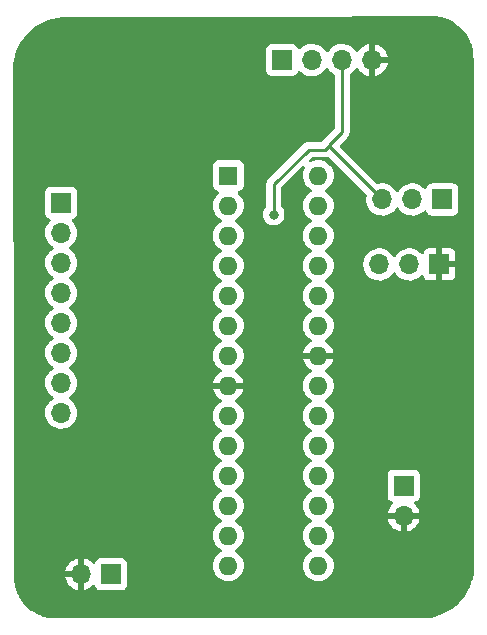
<source format=gbr>
%TF.GenerationSoftware,KiCad,Pcbnew,(6.0.7-1)-1*%
%TF.CreationDate,2022-11-15T19:28:55-05:00*%
%TF.ProjectId,pcb,7063622e-6b69-4636-9164-5f7063625858,rev?*%
%TF.SameCoordinates,Original*%
%TF.FileFunction,Copper,L2,Bot*%
%TF.FilePolarity,Positive*%
%FSLAX46Y46*%
G04 Gerber Fmt 4.6, Leading zero omitted, Abs format (unit mm)*
G04 Created by KiCad (PCBNEW (6.0.7-1)-1) date 2022-11-15 19:28:55*
%MOMM*%
%LPD*%
G01*
G04 APERTURE LIST*
%TA.AperFunction,ComponentPad*%
%ADD10R,1.700000X1.700000*%
%TD*%
%TA.AperFunction,ComponentPad*%
%ADD11O,1.700000X1.700000*%
%TD*%
%TA.AperFunction,ComponentPad*%
%ADD12R,1.600000X1.600000*%
%TD*%
%TA.AperFunction,ComponentPad*%
%ADD13O,1.600000X1.600000*%
%TD*%
%TA.AperFunction,ViaPad*%
%ADD14C,0.800000*%
%TD*%
%TA.AperFunction,Conductor*%
%ADD15C,0.250000*%
%TD*%
G04 APERTURE END LIST*
D10*
%TO.P,J1,1,Pin_1*%
%TO.N,GND*%
X141025000Y-87775000D03*
D11*
%TO.P,J1,2,Pin_2*%
%TO.N,Net-(J1-Pad2)*%
X138485000Y-87775000D03*
%TO.P,J1,3,Pin_3*%
%TO.N,Net-(J1-Pad3)*%
X135945000Y-87775000D03*
%TD*%
D10*
%TO.P,J6,1,Pin_1*%
%TO.N,VCC*%
X113225000Y-114000000D03*
D11*
%TO.P,J6,2,Pin_2*%
%TO.N,GND*%
X110685000Y-114000000D03*
%TD*%
D10*
%TO.P,J2,1,Pin_1*%
%TO.N,Net-(J2-Pad1)*%
X127700000Y-70475000D03*
D11*
%TO.P,J2,2,Pin_2*%
%TO.N,Net-(J2-Pad2)*%
X130240000Y-70475000D03*
%TO.P,J2,3,Pin_3*%
%TO.N,VCC*%
X132780000Y-70475000D03*
%TO.P,J2,4,Pin_4*%
%TO.N,GND*%
X135320000Y-70475000D03*
%TD*%
D12*
%TO.P,U1,1,~{RESET}/PC6*%
%TO.N,unconnected-(U1-Pad1)*%
X123150000Y-80250000D03*
D13*
%TO.P,U1,2,PD0*%
%TO.N,Net-(J3-Pad1)*%
X123150000Y-82790000D03*
%TO.P,U1,3,PD1*%
%TO.N,Net-(J3-Pad2)*%
X123150000Y-85330000D03*
%TO.P,U1,4,PD2*%
%TO.N,Net-(J3-Pad3)*%
X123150000Y-87870000D03*
%TO.P,U1,5,PD3*%
%TO.N,Net-(J3-Pad4)*%
X123150000Y-90410000D03*
%TO.P,U1,6,PD4*%
%TO.N,Net-(J3-Pad5)*%
X123150000Y-92950000D03*
%TO.P,U1,7,VCC*%
%TO.N,VCC*%
X123150000Y-95490000D03*
%TO.P,U1,8,GND*%
%TO.N,GND*%
X123150000Y-98030000D03*
%TO.P,U1,9,XTAL1/PB6*%
%TO.N,Net-(C4-Pad2)*%
X123150000Y-100570000D03*
%TO.P,U1,10,XTAL2/PB7*%
%TO.N,Net-(C5-Pad2)*%
X123150000Y-103110000D03*
%TO.P,U1,11,PD5*%
%TO.N,Net-(J3-Pad6)*%
X123150000Y-105650000D03*
%TO.P,U1,12,PD6*%
%TO.N,Net-(J3-Pad7)*%
X123150000Y-108190000D03*
%TO.P,U1,13,PD7*%
%TO.N,Net-(J3-Pad8)*%
X123150000Y-110730000D03*
%TO.P,U1,14,PB0*%
%TO.N,unconnected-(U1-Pad14)*%
X123150000Y-113270000D03*
%TO.P,U1,15,PB1*%
%TO.N,unconnected-(U1-Pad15)*%
X130770000Y-113270000D03*
%TO.P,U1,16,PB2*%
%TO.N,unconnected-(U1-Pad16)*%
X130770000Y-110730000D03*
%TO.P,U1,17,PB3*%
%TO.N,unconnected-(U1-Pad17)*%
X130770000Y-108190000D03*
%TO.P,U1,18,PB4*%
%TO.N,unconnected-(U1-Pad18)*%
X130770000Y-105650000D03*
%TO.P,U1,19,PB5*%
%TO.N,Net-(J4-Pad1)*%
X130770000Y-103110000D03*
%TO.P,U1,20,AVCC*%
%TO.N,VCC*%
X130770000Y-100570000D03*
%TO.P,U1,21,AREF*%
%TO.N,Net-(C2-Pad1)*%
X130770000Y-98030000D03*
%TO.P,U1,22,GND*%
%TO.N,GND*%
X130770000Y-95490000D03*
%TO.P,U1,23,PC0*%
%TO.N,unconnected-(U1-Pad23)*%
X130770000Y-92950000D03*
%TO.P,U1,24,PC1*%
%TO.N,unconnected-(U1-Pad24)*%
X130770000Y-90410000D03*
%TO.P,U1,25,PC2*%
%TO.N,Net-(J1-Pad3)*%
X130770000Y-87870000D03*
%TO.P,U1,26,PC3*%
%TO.N,Net-(J5-Pad2)*%
X130770000Y-85330000D03*
%TO.P,U1,27,PC4*%
%TO.N,Net-(J2-Pad1)*%
X130770000Y-82790000D03*
%TO.P,U1,28,PC5*%
%TO.N,Net-(J2-Pad2)*%
X130770000Y-80250000D03*
%TD*%
D10*
%TO.P,J5,1,Pin_1*%
%TO.N,Net-(J1-Pad2)*%
X141275000Y-82275000D03*
D11*
%TO.P,J5,2,Pin_2*%
%TO.N,Net-(J5-Pad2)*%
X138735000Y-82275000D03*
%TO.P,J5,3,Pin_3*%
%TO.N,VCC*%
X136195000Y-82275000D03*
%TD*%
D10*
%TO.P,J4,1,Pin_1*%
%TO.N,Net-(J4-Pad1)*%
X138000000Y-106500000D03*
D11*
%TO.P,J4,2,Pin_2*%
%TO.N,GND*%
X138000000Y-109040000D03*
%TD*%
D10*
%TO.P,J3,1,Pin_1*%
%TO.N,Net-(J3-Pad1)*%
X109000000Y-82550000D03*
D11*
%TO.P,J3,2,Pin_2*%
%TO.N,Net-(J3-Pad2)*%
X109000000Y-85090000D03*
%TO.P,J3,3,Pin_3*%
%TO.N,Net-(J3-Pad3)*%
X109000000Y-87630000D03*
%TO.P,J3,4,Pin_4*%
%TO.N,Net-(J3-Pad4)*%
X109000000Y-90170000D03*
%TO.P,J3,5,Pin_5*%
%TO.N,Net-(J3-Pad5)*%
X109000000Y-92710000D03*
%TO.P,J3,6,Pin_6*%
%TO.N,Net-(J3-Pad6)*%
X109000000Y-95250000D03*
%TO.P,J3,7,Pin_7*%
%TO.N,Net-(J3-Pad7)*%
X109000000Y-97790000D03*
%TO.P,J3,8,Pin_8*%
%TO.N,Net-(J3-Pad8)*%
X109000000Y-100330000D03*
%TD*%
D14*
%TO.N,VCC*%
X127000000Y-83550000D03*
%TO.N,GND*%
X115750000Y-95750000D03*
X117500000Y-93750000D03*
X112750000Y-98750000D03*
X138750000Y-97750000D03*
X136750000Y-95500000D03*
X137000000Y-102750000D03*
X117500000Y-97750000D03*
X112800000Y-104850000D03*
X138800000Y-100750000D03*
%TD*%
D15*
%TO.N,VCC*%
X132780000Y-76570000D02*
X132780000Y-70475000D01*
X127000000Y-83550000D02*
X127000000Y-81000000D01*
X131300000Y-78050000D02*
X132690000Y-76660000D01*
X132690000Y-76660000D02*
X132780000Y-76570000D01*
X131700000Y-77650000D02*
X132690000Y-76660000D01*
X127000000Y-81000000D02*
X129950000Y-78050000D01*
X136195000Y-82275000D02*
X131700000Y-77780000D01*
X129950000Y-78050000D02*
X131300000Y-78050000D01*
%TD*%
%TA.AperFunction,Conductor*%
%TO.N,GND*%
G36*
X140392581Y-66760154D02*
G01*
X140401558Y-66761551D01*
X140406429Y-66762310D01*
X140406430Y-66762310D01*
X140415300Y-66763691D01*
X140434655Y-66761160D01*
X140457170Y-66760248D01*
X140757632Y-66775007D01*
X140769921Y-66776217D01*
X141096615Y-66824676D01*
X141108736Y-66827086D01*
X141259700Y-66864900D01*
X141429102Y-66907332D01*
X141440934Y-66910921D01*
X141751899Y-67022184D01*
X141763306Y-67026909D01*
X142061875Y-67168119D01*
X142072774Y-67173945D01*
X142356055Y-67343736D01*
X142366336Y-67350606D01*
X142631602Y-67547339D01*
X142641160Y-67555183D01*
X142885863Y-67776966D01*
X142894607Y-67785709D01*
X143116407Y-68030427D01*
X143124243Y-68039975D01*
X143320995Y-68305263D01*
X143327845Y-68315515D01*
X143447647Y-68515391D01*
X143497642Y-68598802D01*
X143503471Y-68609707D01*
X143644680Y-68908268D01*
X143649411Y-68919692D01*
X143760668Y-69230632D01*
X143764258Y-69242464D01*
X143788068Y-69337517D01*
X143836481Y-69530791D01*
X143844508Y-69562838D01*
X143846919Y-69574963D01*
X143879855Y-69796993D01*
X143895379Y-69901649D01*
X143896591Y-69913955D01*
X143910982Y-70206902D01*
X143909635Y-70232464D01*
X143907882Y-70243724D01*
X143909046Y-70252627D01*
X143909046Y-70252630D01*
X143912085Y-70275873D01*
X143913149Y-70291976D01*
X143986065Y-110270729D01*
X143991409Y-113200988D01*
X143989909Y-113220602D01*
X143986309Y-113243724D01*
X143988984Y-113264183D01*
X143989928Y-113286007D01*
X143974648Y-113635964D01*
X143973690Y-113646913D01*
X143936850Y-113926749D01*
X143923982Y-114024490D01*
X143922074Y-114035307D01*
X143864126Y-114296695D01*
X143839647Y-114407114D01*
X143836802Y-114417731D01*
X143810245Y-114501961D01*
X143722285Y-114780932D01*
X143718529Y-114791254D01*
X143589031Y-115103891D01*
X143572784Y-115143114D01*
X143568142Y-115153067D01*
X143475312Y-115331392D01*
X143392295Y-115490867D01*
X143386799Y-115500387D01*
X143182180Y-115821574D01*
X143175876Y-115830578D01*
X142944038Y-116132716D01*
X142936972Y-116141137D01*
X142679686Y-116421914D01*
X142671914Y-116429686D01*
X142391137Y-116686972D01*
X142382716Y-116694038D01*
X142080578Y-116925876D01*
X142071574Y-116932180D01*
X141750387Y-117136799D01*
X141740868Y-117142294D01*
X141403067Y-117318142D01*
X141393123Y-117322780D01*
X141041254Y-117468529D01*
X141030939Y-117472282D01*
X140667732Y-117586802D01*
X140657115Y-117589647D01*
X140285307Y-117672074D01*
X140274498Y-117673981D01*
X139896914Y-117723690D01*
X139885965Y-117724648D01*
X139543446Y-117739603D01*
X139518571Y-117738223D01*
X139506276Y-117736309D01*
X139497374Y-117737473D01*
X139497372Y-117737473D01*
X139486928Y-117738839D01*
X139474714Y-117740436D01*
X139458379Y-117741500D01*
X108549367Y-117741500D01*
X108529982Y-117740000D01*
X108515148Y-117737690D01*
X108515145Y-117737690D01*
X108506276Y-117736309D01*
X108497373Y-117737473D01*
X108497372Y-117737473D01*
X108486924Y-117738839D01*
X108464406Y-117739751D01*
X108163949Y-117724990D01*
X108151655Y-117723779D01*
X107824966Y-117675320D01*
X107812844Y-117672910D01*
X107718804Y-117649354D01*
X107492477Y-117592661D01*
X107480645Y-117589072D01*
X107169689Y-117477810D01*
X107158265Y-117473078D01*
X106994130Y-117395448D01*
X106859708Y-117331872D01*
X106848812Y-117326047D01*
X106707899Y-117241588D01*
X106565533Y-117156256D01*
X106555252Y-117149386D01*
X106484483Y-117096901D01*
X106289983Y-116952650D01*
X106280444Y-116944823D01*
X106035718Y-116723015D01*
X106026980Y-116714277D01*
X105805177Y-116469556D01*
X105797350Y-116460017D01*
X105600614Y-116194748D01*
X105593744Y-116184467D01*
X105423955Y-115901193D01*
X105418126Y-115890288D01*
X105410422Y-115873998D01*
X105276922Y-115591735D01*
X105272190Y-115580311D01*
X105160928Y-115269355D01*
X105157339Y-115257523D01*
X105087278Y-114977826D01*
X105077090Y-114937156D01*
X105074679Y-114925031D01*
X105070689Y-114898134D01*
X105026220Y-114598343D01*
X105025009Y-114586045D01*
X105024861Y-114583019D01*
X105016473Y-114412275D01*
X105010795Y-114296695D01*
X105012387Y-114269619D01*
X105012665Y-114267966D01*
X109353257Y-114267966D01*
X109383565Y-114402446D01*
X109386645Y-114412275D01*
X109466770Y-114609603D01*
X109471413Y-114618794D01*
X109582694Y-114800388D01*
X109588777Y-114808699D01*
X109728213Y-114969667D01*
X109735580Y-114976883D01*
X109899434Y-115112916D01*
X109907881Y-115118831D01*
X110091756Y-115226279D01*
X110101042Y-115230729D01*
X110300001Y-115306703D01*
X110309899Y-115309579D01*
X110413250Y-115330606D01*
X110427299Y-115329410D01*
X110431000Y-115319065D01*
X110431000Y-115318517D01*
X110939000Y-115318517D01*
X110943064Y-115332359D01*
X110956478Y-115334393D01*
X110963184Y-115333534D01*
X110973262Y-115331392D01*
X111177255Y-115270191D01*
X111186842Y-115266433D01*
X111378095Y-115172739D01*
X111386945Y-115167464D01*
X111560328Y-115043792D01*
X111568193Y-115037145D01*
X111672897Y-114932805D01*
X111735268Y-114898889D01*
X111806075Y-114904077D01*
X111862837Y-114946723D01*
X111879819Y-114977826D01*
X111902057Y-115037145D01*
X111924385Y-115096705D01*
X112011739Y-115213261D01*
X112128295Y-115300615D01*
X112264684Y-115351745D01*
X112326866Y-115358500D01*
X114123134Y-115358500D01*
X114185316Y-115351745D01*
X114321705Y-115300615D01*
X114438261Y-115213261D01*
X114525615Y-115096705D01*
X114576745Y-114960316D01*
X114583500Y-114898134D01*
X114583500Y-113270000D01*
X121836502Y-113270000D01*
X121856457Y-113498087D01*
X121915716Y-113719243D01*
X121918039Y-113724224D01*
X121918039Y-113724225D01*
X122010151Y-113921762D01*
X122010154Y-113921767D01*
X122012477Y-113926749D01*
X122143802Y-114114300D01*
X122305700Y-114276198D01*
X122310208Y-114279355D01*
X122310211Y-114279357D01*
X122388389Y-114334098D01*
X122493251Y-114407523D01*
X122498233Y-114409846D01*
X122498238Y-114409849D01*
X122695775Y-114501961D01*
X122700757Y-114504284D01*
X122706065Y-114505706D01*
X122706067Y-114505707D01*
X122916598Y-114562119D01*
X122916600Y-114562119D01*
X122921913Y-114563543D01*
X123150000Y-114583498D01*
X123378087Y-114563543D01*
X123383400Y-114562119D01*
X123383402Y-114562119D01*
X123593933Y-114505707D01*
X123593935Y-114505706D01*
X123599243Y-114504284D01*
X123604225Y-114501961D01*
X123801762Y-114409849D01*
X123801767Y-114409846D01*
X123806749Y-114407523D01*
X123911611Y-114334098D01*
X123989789Y-114279357D01*
X123989792Y-114279355D01*
X123994300Y-114276198D01*
X124156198Y-114114300D01*
X124287523Y-113926749D01*
X124289846Y-113921767D01*
X124289849Y-113921762D01*
X124381961Y-113724225D01*
X124381961Y-113724224D01*
X124384284Y-113719243D01*
X124443543Y-113498087D01*
X124463498Y-113270000D01*
X129456502Y-113270000D01*
X129476457Y-113498087D01*
X129535716Y-113719243D01*
X129538039Y-113724224D01*
X129538039Y-113724225D01*
X129630151Y-113921762D01*
X129630154Y-113921767D01*
X129632477Y-113926749D01*
X129763802Y-114114300D01*
X129925700Y-114276198D01*
X129930208Y-114279355D01*
X129930211Y-114279357D01*
X130008389Y-114334098D01*
X130113251Y-114407523D01*
X130118233Y-114409846D01*
X130118238Y-114409849D01*
X130315775Y-114501961D01*
X130320757Y-114504284D01*
X130326065Y-114505706D01*
X130326067Y-114505707D01*
X130536598Y-114562119D01*
X130536600Y-114562119D01*
X130541913Y-114563543D01*
X130770000Y-114583498D01*
X130998087Y-114563543D01*
X131003400Y-114562119D01*
X131003402Y-114562119D01*
X131213933Y-114505707D01*
X131213935Y-114505706D01*
X131219243Y-114504284D01*
X131224225Y-114501961D01*
X131421762Y-114409849D01*
X131421767Y-114409846D01*
X131426749Y-114407523D01*
X131531611Y-114334098D01*
X131609789Y-114279357D01*
X131609792Y-114279355D01*
X131614300Y-114276198D01*
X131776198Y-114114300D01*
X131907523Y-113926749D01*
X131909846Y-113921767D01*
X131909849Y-113921762D01*
X132001961Y-113724225D01*
X132001961Y-113724224D01*
X132004284Y-113719243D01*
X132063543Y-113498087D01*
X132083498Y-113270000D01*
X132063543Y-113041913D01*
X132015474Y-112862517D01*
X132005707Y-112826067D01*
X132005706Y-112826065D01*
X132004284Y-112820757D01*
X131975766Y-112759599D01*
X131909849Y-112618238D01*
X131909846Y-112618233D01*
X131907523Y-112613251D01*
X131776198Y-112425700D01*
X131614300Y-112263802D01*
X131609792Y-112260645D01*
X131609789Y-112260643D01*
X131531611Y-112205902D01*
X131426749Y-112132477D01*
X131421767Y-112130154D01*
X131421762Y-112130151D01*
X131387543Y-112114195D01*
X131334258Y-112067278D01*
X131314797Y-111999001D01*
X131335339Y-111931041D01*
X131387543Y-111885805D01*
X131421762Y-111869849D01*
X131421767Y-111869846D01*
X131426749Y-111867523D01*
X131531611Y-111794098D01*
X131609789Y-111739357D01*
X131609792Y-111739355D01*
X131614300Y-111736198D01*
X131776198Y-111574300D01*
X131907523Y-111386749D01*
X131909846Y-111381767D01*
X131909849Y-111381762D01*
X132001961Y-111184225D01*
X132001961Y-111184224D01*
X132004284Y-111179243D01*
X132063543Y-110958087D01*
X132083498Y-110730000D01*
X132063543Y-110501913D01*
X132004284Y-110280757D01*
X131970107Y-110207464D01*
X131909849Y-110078238D01*
X131909846Y-110078233D01*
X131907523Y-110073251D01*
X131804985Y-109926812D01*
X131779357Y-109890211D01*
X131779355Y-109890208D01*
X131776198Y-109885700D01*
X131614300Y-109723802D01*
X131609792Y-109720645D01*
X131609789Y-109720643D01*
X131508333Y-109649603D01*
X131426749Y-109592477D01*
X131421767Y-109590154D01*
X131421762Y-109590151D01*
X131387543Y-109574195D01*
X131334258Y-109527278D01*
X131314797Y-109459001D01*
X131335339Y-109391041D01*
X131387543Y-109345805D01*
X131421762Y-109329849D01*
X131421767Y-109329846D01*
X131426749Y-109327523D01*
X131454679Y-109307966D01*
X136668257Y-109307966D01*
X136698565Y-109442446D01*
X136701645Y-109452275D01*
X136781770Y-109649603D01*
X136786413Y-109658794D01*
X136897694Y-109840388D01*
X136903777Y-109848699D01*
X137043213Y-110009667D01*
X137050580Y-110016883D01*
X137214434Y-110152916D01*
X137222881Y-110158831D01*
X137406756Y-110266279D01*
X137416042Y-110270729D01*
X137615001Y-110346703D01*
X137624899Y-110349579D01*
X137728250Y-110370606D01*
X137742299Y-110369410D01*
X137746000Y-110359065D01*
X137746000Y-110358517D01*
X138254000Y-110358517D01*
X138258064Y-110372359D01*
X138271478Y-110374393D01*
X138278184Y-110373534D01*
X138288262Y-110371392D01*
X138492255Y-110310191D01*
X138501842Y-110306433D01*
X138693095Y-110212739D01*
X138701945Y-110207464D01*
X138875328Y-110083792D01*
X138883200Y-110077139D01*
X139034052Y-109926812D01*
X139040730Y-109918965D01*
X139165003Y-109746020D01*
X139170313Y-109737183D01*
X139264670Y-109546267D01*
X139268469Y-109536672D01*
X139330377Y-109332910D01*
X139332555Y-109322837D01*
X139333986Y-109311962D01*
X139331775Y-109297778D01*
X139318617Y-109294000D01*
X138272115Y-109294000D01*
X138256876Y-109298475D01*
X138255671Y-109299865D01*
X138254000Y-109307548D01*
X138254000Y-110358517D01*
X137746000Y-110358517D01*
X137746000Y-109312115D01*
X137741525Y-109296876D01*
X137740135Y-109295671D01*
X137732452Y-109294000D01*
X136683225Y-109294000D01*
X136669694Y-109297973D01*
X136668257Y-109307966D01*
X131454679Y-109307966D01*
X131531611Y-109254098D01*
X131609789Y-109199357D01*
X131609792Y-109199355D01*
X131614300Y-109196198D01*
X131776198Y-109034300D01*
X131907523Y-108846749D01*
X131909846Y-108841767D01*
X131909849Y-108841762D01*
X132001961Y-108644225D01*
X132001961Y-108644224D01*
X132004284Y-108639243D01*
X132063543Y-108418087D01*
X132083498Y-108190000D01*
X132063543Y-107961913D01*
X132043568Y-107887367D01*
X132005707Y-107746067D01*
X132005706Y-107746065D01*
X132004284Y-107740757D01*
X131993972Y-107718642D01*
X131909849Y-107538238D01*
X131909846Y-107538233D01*
X131907523Y-107533251D01*
X131834098Y-107428389D01*
X131812913Y-107398134D01*
X136641500Y-107398134D01*
X136648255Y-107460316D01*
X136699385Y-107596705D01*
X136786739Y-107713261D01*
X136903295Y-107800615D01*
X136911704Y-107803767D01*
X136911705Y-107803768D01*
X137020960Y-107844726D01*
X137077725Y-107887367D01*
X137102425Y-107953929D01*
X137087218Y-108023278D01*
X137067825Y-108049759D01*
X136944590Y-108178717D01*
X136938104Y-108186727D01*
X136818098Y-108362649D01*
X136813000Y-108371623D01*
X136723338Y-108564783D01*
X136719775Y-108574470D01*
X136664389Y-108774183D01*
X136665912Y-108782607D01*
X136678292Y-108786000D01*
X139318344Y-108786000D01*
X139331875Y-108782027D01*
X139333180Y-108772947D01*
X139291214Y-108605875D01*
X139287894Y-108596124D01*
X139202972Y-108400814D01*
X139198105Y-108391739D01*
X139082426Y-108212926D01*
X139076136Y-108204757D01*
X138932293Y-108046677D01*
X138901241Y-107982831D01*
X138909635Y-107912333D01*
X138954812Y-107857564D01*
X138981256Y-107843895D01*
X139088297Y-107803767D01*
X139096705Y-107800615D01*
X139213261Y-107713261D01*
X139300615Y-107596705D01*
X139351745Y-107460316D01*
X139358500Y-107398134D01*
X139358500Y-105601866D01*
X139351745Y-105539684D01*
X139300615Y-105403295D01*
X139213261Y-105286739D01*
X139096705Y-105199385D01*
X138960316Y-105148255D01*
X138898134Y-105141500D01*
X137101866Y-105141500D01*
X137039684Y-105148255D01*
X136903295Y-105199385D01*
X136786739Y-105286739D01*
X136699385Y-105403295D01*
X136648255Y-105539684D01*
X136641500Y-105601866D01*
X136641500Y-107398134D01*
X131812913Y-107398134D01*
X131779357Y-107350211D01*
X131779355Y-107350208D01*
X131776198Y-107345700D01*
X131614300Y-107183802D01*
X131609792Y-107180645D01*
X131609789Y-107180643D01*
X131531611Y-107125902D01*
X131426749Y-107052477D01*
X131421767Y-107050154D01*
X131421762Y-107050151D01*
X131387543Y-107034195D01*
X131334258Y-106987278D01*
X131314797Y-106919001D01*
X131335339Y-106851041D01*
X131387543Y-106805805D01*
X131421762Y-106789849D01*
X131421767Y-106789846D01*
X131426749Y-106787523D01*
X131531611Y-106714098D01*
X131609789Y-106659357D01*
X131609792Y-106659355D01*
X131614300Y-106656198D01*
X131776198Y-106494300D01*
X131907523Y-106306749D01*
X131909846Y-106301767D01*
X131909849Y-106301762D01*
X132001961Y-106104225D01*
X132001961Y-106104224D01*
X132004284Y-106099243D01*
X132063543Y-105878087D01*
X132083498Y-105650000D01*
X132063543Y-105421913D01*
X132004284Y-105200757D01*
X131979802Y-105148255D01*
X131909849Y-104998238D01*
X131909846Y-104998233D01*
X131907523Y-104993251D01*
X131776198Y-104805700D01*
X131614300Y-104643802D01*
X131609792Y-104640645D01*
X131609789Y-104640643D01*
X131531611Y-104585902D01*
X131426749Y-104512477D01*
X131421767Y-104510154D01*
X131421762Y-104510151D01*
X131387543Y-104494195D01*
X131334258Y-104447278D01*
X131314797Y-104379001D01*
X131335339Y-104311041D01*
X131387543Y-104265805D01*
X131421762Y-104249849D01*
X131421767Y-104249846D01*
X131426749Y-104247523D01*
X131531611Y-104174098D01*
X131609789Y-104119357D01*
X131609792Y-104119355D01*
X131614300Y-104116198D01*
X131776198Y-103954300D01*
X131907523Y-103766749D01*
X131909846Y-103761767D01*
X131909849Y-103761762D01*
X132001961Y-103564225D01*
X132001961Y-103564224D01*
X132004284Y-103559243D01*
X132063543Y-103338087D01*
X132083498Y-103110000D01*
X132063543Y-102881913D01*
X132004284Y-102660757D01*
X132001961Y-102655775D01*
X131909849Y-102458238D01*
X131909846Y-102458233D01*
X131907523Y-102453251D01*
X131776198Y-102265700D01*
X131614300Y-102103802D01*
X131609792Y-102100645D01*
X131609789Y-102100643D01*
X131531611Y-102045902D01*
X131426749Y-101972477D01*
X131421767Y-101970154D01*
X131421762Y-101970151D01*
X131387543Y-101954195D01*
X131334258Y-101907278D01*
X131314797Y-101839001D01*
X131335339Y-101771041D01*
X131387543Y-101725805D01*
X131421762Y-101709849D01*
X131421767Y-101709846D01*
X131426749Y-101707523D01*
X131531611Y-101634098D01*
X131609789Y-101579357D01*
X131609792Y-101579355D01*
X131614300Y-101576198D01*
X131776198Y-101414300D01*
X131907523Y-101226749D01*
X131909846Y-101221767D01*
X131909849Y-101221762D01*
X132001961Y-101024225D01*
X132001961Y-101024224D01*
X132004284Y-101019243D01*
X132023101Y-100949020D01*
X132062119Y-100803402D01*
X132062119Y-100803400D01*
X132063543Y-100798087D01*
X132083498Y-100570000D01*
X132063543Y-100341913D01*
X132059452Y-100326646D01*
X132005707Y-100126067D01*
X132005706Y-100126065D01*
X132004284Y-100120757D01*
X132000444Y-100112522D01*
X131909849Y-99918238D01*
X131909846Y-99918233D01*
X131907523Y-99913251D01*
X131776198Y-99725700D01*
X131614300Y-99563802D01*
X131609792Y-99560645D01*
X131609789Y-99560643D01*
X131489493Y-99476411D01*
X131426749Y-99432477D01*
X131421767Y-99430154D01*
X131421762Y-99430151D01*
X131387543Y-99414195D01*
X131334258Y-99367278D01*
X131314797Y-99299001D01*
X131335339Y-99231041D01*
X131387543Y-99185805D01*
X131421762Y-99169849D01*
X131421767Y-99169846D01*
X131426749Y-99167523D01*
X131581530Y-99059144D01*
X131609789Y-99039357D01*
X131609792Y-99039355D01*
X131614300Y-99036198D01*
X131776198Y-98874300D01*
X131907523Y-98686749D01*
X131909846Y-98681767D01*
X131909849Y-98681762D01*
X132001961Y-98484225D01*
X132001961Y-98484224D01*
X132004284Y-98479243D01*
X132023101Y-98409020D01*
X132062119Y-98263402D01*
X132062119Y-98263400D01*
X132063543Y-98258087D01*
X132083498Y-98030000D01*
X132063543Y-97801913D01*
X132053244Y-97763478D01*
X132005707Y-97586067D01*
X132005706Y-97586065D01*
X132004284Y-97580757D01*
X132000444Y-97572522D01*
X131909849Y-97378238D01*
X131909846Y-97378233D01*
X131907523Y-97373251D01*
X131776198Y-97185700D01*
X131614300Y-97023802D01*
X131609792Y-97020645D01*
X131609789Y-97020643D01*
X131489493Y-96936411D01*
X131426749Y-96892477D01*
X131421767Y-96890154D01*
X131421762Y-96890151D01*
X131386951Y-96873919D01*
X131333666Y-96827002D01*
X131314205Y-96758725D01*
X131334747Y-96690765D01*
X131386951Y-96645529D01*
X131421511Y-96629414D01*
X131431007Y-96623931D01*
X131609467Y-96498972D01*
X131617875Y-96491916D01*
X131771916Y-96337875D01*
X131778972Y-96329467D01*
X131903931Y-96151007D01*
X131909414Y-96141511D01*
X132001490Y-95944053D01*
X132005236Y-95933761D01*
X132051394Y-95761497D01*
X132051058Y-95747401D01*
X132043116Y-95744000D01*
X129502033Y-95744000D01*
X129488502Y-95747973D01*
X129487273Y-95756522D01*
X129534764Y-95933761D01*
X129538510Y-95944053D01*
X129630586Y-96141511D01*
X129636069Y-96151007D01*
X129761028Y-96329467D01*
X129768084Y-96337875D01*
X129922125Y-96491916D01*
X129930533Y-96498972D01*
X130108993Y-96623931D01*
X130118489Y-96629414D01*
X130153049Y-96645529D01*
X130206334Y-96692446D01*
X130225795Y-96760723D01*
X130205253Y-96828683D01*
X130153049Y-96873919D01*
X130118238Y-96890151D01*
X130118233Y-96890154D01*
X130113251Y-96892477D01*
X130050507Y-96936411D01*
X129930211Y-97020643D01*
X129930208Y-97020645D01*
X129925700Y-97023802D01*
X129763802Y-97185700D01*
X129632477Y-97373251D01*
X129630154Y-97378233D01*
X129630151Y-97378238D01*
X129539556Y-97572522D01*
X129535716Y-97580757D01*
X129534294Y-97586065D01*
X129534293Y-97586067D01*
X129486756Y-97763478D01*
X129476457Y-97801913D01*
X129456502Y-98030000D01*
X129476457Y-98258087D01*
X129477881Y-98263400D01*
X129477881Y-98263402D01*
X129516900Y-98409020D01*
X129535716Y-98479243D01*
X129538039Y-98484224D01*
X129538039Y-98484225D01*
X129630151Y-98681762D01*
X129630154Y-98681767D01*
X129632477Y-98686749D01*
X129763802Y-98874300D01*
X129925700Y-99036198D01*
X129930208Y-99039355D01*
X129930211Y-99039357D01*
X129958470Y-99059144D01*
X130113251Y-99167523D01*
X130118233Y-99169846D01*
X130118238Y-99169849D01*
X130152457Y-99185805D01*
X130205742Y-99232722D01*
X130225203Y-99300999D01*
X130204661Y-99368959D01*
X130152457Y-99414195D01*
X130118238Y-99430151D01*
X130118233Y-99430154D01*
X130113251Y-99432477D01*
X130050507Y-99476411D01*
X129930211Y-99560643D01*
X129930208Y-99560645D01*
X129925700Y-99563802D01*
X129763802Y-99725700D01*
X129632477Y-99913251D01*
X129630154Y-99918233D01*
X129630151Y-99918238D01*
X129539556Y-100112522D01*
X129535716Y-100120757D01*
X129534294Y-100126065D01*
X129534293Y-100126067D01*
X129480548Y-100326646D01*
X129476457Y-100341913D01*
X129456502Y-100570000D01*
X129476457Y-100798087D01*
X129477881Y-100803400D01*
X129477881Y-100803402D01*
X129516900Y-100949020D01*
X129535716Y-101019243D01*
X129538039Y-101024224D01*
X129538039Y-101024225D01*
X129630151Y-101221762D01*
X129630154Y-101221767D01*
X129632477Y-101226749D01*
X129763802Y-101414300D01*
X129925700Y-101576198D01*
X129930208Y-101579355D01*
X129930211Y-101579357D01*
X130008389Y-101634098D01*
X130113251Y-101707523D01*
X130118233Y-101709846D01*
X130118238Y-101709849D01*
X130152457Y-101725805D01*
X130205742Y-101772722D01*
X130225203Y-101840999D01*
X130204661Y-101908959D01*
X130152457Y-101954195D01*
X130118238Y-101970151D01*
X130118233Y-101970154D01*
X130113251Y-101972477D01*
X130008389Y-102045902D01*
X129930211Y-102100643D01*
X129930208Y-102100645D01*
X129925700Y-102103802D01*
X129763802Y-102265700D01*
X129632477Y-102453251D01*
X129630154Y-102458233D01*
X129630151Y-102458238D01*
X129538039Y-102655775D01*
X129535716Y-102660757D01*
X129476457Y-102881913D01*
X129456502Y-103110000D01*
X129476457Y-103338087D01*
X129535716Y-103559243D01*
X129538039Y-103564224D01*
X129538039Y-103564225D01*
X129630151Y-103761762D01*
X129630154Y-103761767D01*
X129632477Y-103766749D01*
X129763802Y-103954300D01*
X129925700Y-104116198D01*
X129930208Y-104119355D01*
X129930211Y-104119357D01*
X130008389Y-104174098D01*
X130113251Y-104247523D01*
X130118233Y-104249846D01*
X130118238Y-104249849D01*
X130152457Y-104265805D01*
X130205742Y-104312722D01*
X130225203Y-104380999D01*
X130204661Y-104448959D01*
X130152457Y-104494195D01*
X130118238Y-104510151D01*
X130118233Y-104510154D01*
X130113251Y-104512477D01*
X130008389Y-104585902D01*
X129930211Y-104640643D01*
X129930208Y-104640645D01*
X129925700Y-104643802D01*
X129763802Y-104805700D01*
X129632477Y-104993251D01*
X129630154Y-104998233D01*
X129630151Y-104998238D01*
X129560198Y-105148255D01*
X129535716Y-105200757D01*
X129476457Y-105421913D01*
X129456502Y-105650000D01*
X129476457Y-105878087D01*
X129535716Y-106099243D01*
X129538039Y-106104224D01*
X129538039Y-106104225D01*
X129630151Y-106301762D01*
X129630154Y-106301767D01*
X129632477Y-106306749D01*
X129763802Y-106494300D01*
X129925700Y-106656198D01*
X129930208Y-106659355D01*
X129930211Y-106659357D01*
X130008389Y-106714098D01*
X130113251Y-106787523D01*
X130118233Y-106789846D01*
X130118238Y-106789849D01*
X130152457Y-106805805D01*
X130205742Y-106852722D01*
X130225203Y-106920999D01*
X130204661Y-106988959D01*
X130152457Y-107034195D01*
X130118238Y-107050151D01*
X130118233Y-107050154D01*
X130113251Y-107052477D01*
X130008389Y-107125902D01*
X129930211Y-107180643D01*
X129930208Y-107180645D01*
X129925700Y-107183802D01*
X129763802Y-107345700D01*
X129760645Y-107350208D01*
X129760643Y-107350211D01*
X129705902Y-107428389D01*
X129632477Y-107533251D01*
X129630154Y-107538233D01*
X129630151Y-107538238D01*
X129546028Y-107718642D01*
X129535716Y-107740757D01*
X129534294Y-107746065D01*
X129534293Y-107746067D01*
X129496432Y-107887367D01*
X129476457Y-107961913D01*
X129456502Y-108190000D01*
X129476457Y-108418087D01*
X129535716Y-108639243D01*
X129538039Y-108644224D01*
X129538039Y-108644225D01*
X129630151Y-108841762D01*
X129630154Y-108841767D01*
X129632477Y-108846749D01*
X129763802Y-109034300D01*
X129925700Y-109196198D01*
X129930208Y-109199355D01*
X129930211Y-109199357D01*
X130008389Y-109254098D01*
X130113251Y-109327523D01*
X130118233Y-109329846D01*
X130118238Y-109329849D01*
X130152457Y-109345805D01*
X130205742Y-109392722D01*
X130225203Y-109460999D01*
X130204661Y-109528959D01*
X130152457Y-109574195D01*
X130118238Y-109590151D01*
X130118233Y-109590154D01*
X130113251Y-109592477D01*
X130031667Y-109649603D01*
X129930211Y-109720643D01*
X129930208Y-109720645D01*
X129925700Y-109723802D01*
X129763802Y-109885700D01*
X129760645Y-109890208D01*
X129760643Y-109890211D01*
X129735015Y-109926812D01*
X129632477Y-110073251D01*
X129630154Y-110078233D01*
X129630151Y-110078238D01*
X129569893Y-110207464D01*
X129535716Y-110280757D01*
X129476457Y-110501913D01*
X129456502Y-110730000D01*
X129476457Y-110958087D01*
X129535716Y-111179243D01*
X129538039Y-111184224D01*
X129538039Y-111184225D01*
X129630151Y-111381762D01*
X129630154Y-111381767D01*
X129632477Y-111386749D01*
X129763802Y-111574300D01*
X129925700Y-111736198D01*
X129930208Y-111739355D01*
X129930211Y-111739357D01*
X130008389Y-111794098D01*
X130113251Y-111867523D01*
X130118233Y-111869846D01*
X130118238Y-111869849D01*
X130152457Y-111885805D01*
X130205742Y-111932722D01*
X130225203Y-112000999D01*
X130204661Y-112068959D01*
X130152457Y-112114195D01*
X130118238Y-112130151D01*
X130118233Y-112130154D01*
X130113251Y-112132477D01*
X130008389Y-112205902D01*
X129930211Y-112260643D01*
X129930208Y-112260645D01*
X129925700Y-112263802D01*
X129763802Y-112425700D01*
X129632477Y-112613251D01*
X129630154Y-112618233D01*
X129630151Y-112618238D01*
X129564234Y-112759599D01*
X129535716Y-112820757D01*
X129534294Y-112826065D01*
X129534293Y-112826067D01*
X129524526Y-112862517D01*
X129476457Y-113041913D01*
X129456502Y-113270000D01*
X124463498Y-113270000D01*
X124443543Y-113041913D01*
X124395474Y-112862517D01*
X124385707Y-112826067D01*
X124385706Y-112826065D01*
X124384284Y-112820757D01*
X124355766Y-112759599D01*
X124289849Y-112618238D01*
X124289846Y-112618233D01*
X124287523Y-112613251D01*
X124156198Y-112425700D01*
X123994300Y-112263802D01*
X123989792Y-112260645D01*
X123989789Y-112260643D01*
X123911611Y-112205902D01*
X123806749Y-112132477D01*
X123801767Y-112130154D01*
X123801762Y-112130151D01*
X123767543Y-112114195D01*
X123714258Y-112067278D01*
X123694797Y-111999001D01*
X123715339Y-111931041D01*
X123767543Y-111885805D01*
X123801762Y-111869849D01*
X123801767Y-111869846D01*
X123806749Y-111867523D01*
X123911611Y-111794098D01*
X123989789Y-111739357D01*
X123989792Y-111739355D01*
X123994300Y-111736198D01*
X124156198Y-111574300D01*
X124287523Y-111386749D01*
X124289846Y-111381767D01*
X124289849Y-111381762D01*
X124381961Y-111184225D01*
X124381961Y-111184224D01*
X124384284Y-111179243D01*
X124443543Y-110958087D01*
X124463498Y-110730000D01*
X124443543Y-110501913D01*
X124384284Y-110280757D01*
X124350107Y-110207464D01*
X124289849Y-110078238D01*
X124289846Y-110078233D01*
X124287523Y-110073251D01*
X124184985Y-109926812D01*
X124159357Y-109890211D01*
X124159355Y-109890208D01*
X124156198Y-109885700D01*
X123994300Y-109723802D01*
X123989792Y-109720645D01*
X123989789Y-109720643D01*
X123888333Y-109649603D01*
X123806749Y-109592477D01*
X123801767Y-109590154D01*
X123801762Y-109590151D01*
X123767543Y-109574195D01*
X123714258Y-109527278D01*
X123694797Y-109459001D01*
X123715339Y-109391041D01*
X123767543Y-109345805D01*
X123801762Y-109329849D01*
X123801767Y-109329846D01*
X123806749Y-109327523D01*
X123911611Y-109254098D01*
X123989789Y-109199357D01*
X123989792Y-109199355D01*
X123994300Y-109196198D01*
X124156198Y-109034300D01*
X124287523Y-108846749D01*
X124289846Y-108841767D01*
X124289849Y-108841762D01*
X124381961Y-108644225D01*
X124381961Y-108644224D01*
X124384284Y-108639243D01*
X124443543Y-108418087D01*
X124463498Y-108190000D01*
X124443543Y-107961913D01*
X124423568Y-107887367D01*
X124385707Y-107746067D01*
X124385706Y-107746065D01*
X124384284Y-107740757D01*
X124373972Y-107718642D01*
X124289849Y-107538238D01*
X124289846Y-107538233D01*
X124287523Y-107533251D01*
X124214098Y-107428389D01*
X124159357Y-107350211D01*
X124159355Y-107350208D01*
X124156198Y-107345700D01*
X123994300Y-107183802D01*
X123989792Y-107180645D01*
X123989789Y-107180643D01*
X123911611Y-107125902D01*
X123806749Y-107052477D01*
X123801767Y-107050154D01*
X123801762Y-107050151D01*
X123767543Y-107034195D01*
X123714258Y-106987278D01*
X123694797Y-106919001D01*
X123715339Y-106851041D01*
X123767543Y-106805805D01*
X123801762Y-106789849D01*
X123801767Y-106789846D01*
X123806749Y-106787523D01*
X123911611Y-106714098D01*
X123989789Y-106659357D01*
X123989792Y-106659355D01*
X123994300Y-106656198D01*
X124156198Y-106494300D01*
X124287523Y-106306749D01*
X124289846Y-106301767D01*
X124289849Y-106301762D01*
X124381961Y-106104225D01*
X124381961Y-106104224D01*
X124384284Y-106099243D01*
X124443543Y-105878087D01*
X124463498Y-105650000D01*
X124443543Y-105421913D01*
X124384284Y-105200757D01*
X124359802Y-105148255D01*
X124289849Y-104998238D01*
X124289846Y-104998233D01*
X124287523Y-104993251D01*
X124156198Y-104805700D01*
X123994300Y-104643802D01*
X123989792Y-104640645D01*
X123989789Y-104640643D01*
X123911611Y-104585902D01*
X123806749Y-104512477D01*
X123801767Y-104510154D01*
X123801762Y-104510151D01*
X123767543Y-104494195D01*
X123714258Y-104447278D01*
X123694797Y-104379001D01*
X123715339Y-104311041D01*
X123767543Y-104265805D01*
X123801762Y-104249849D01*
X123801767Y-104249846D01*
X123806749Y-104247523D01*
X123911611Y-104174098D01*
X123989789Y-104119357D01*
X123989792Y-104119355D01*
X123994300Y-104116198D01*
X124156198Y-103954300D01*
X124287523Y-103766749D01*
X124289846Y-103761767D01*
X124289849Y-103761762D01*
X124381961Y-103564225D01*
X124381961Y-103564224D01*
X124384284Y-103559243D01*
X124443543Y-103338087D01*
X124463498Y-103110000D01*
X124443543Y-102881913D01*
X124384284Y-102660757D01*
X124381961Y-102655775D01*
X124289849Y-102458238D01*
X124289846Y-102458233D01*
X124287523Y-102453251D01*
X124156198Y-102265700D01*
X123994300Y-102103802D01*
X123989792Y-102100645D01*
X123989789Y-102100643D01*
X123911611Y-102045902D01*
X123806749Y-101972477D01*
X123801767Y-101970154D01*
X123801762Y-101970151D01*
X123767543Y-101954195D01*
X123714258Y-101907278D01*
X123694797Y-101839001D01*
X123715339Y-101771041D01*
X123767543Y-101725805D01*
X123801762Y-101709849D01*
X123801767Y-101709846D01*
X123806749Y-101707523D01*
X123911611Y-101634098D01*
X123989789Y-101579357D01*
X123989792Y-101579355D01*
X123994300Y-101576198D01*
X124156198Y-101414300D01*
X124287523Y-101226749D01*
X124289846Y-101221767D01*
X124289849Y-101221762D01*
X124381961Y-101024225D01*
X124381961Y-101024224D01*
X124384284Y-101019243D01*
X124403101Y-100949020D01*
X124442119Y-100803402D01*
X124442119Y-100803400D01*
X124443543Y-100798087D01*
X124463498Y-100570000D01*
X124443543Y-100341913D01*
X124439452Y-100326646D01*
X124385707Y-100126067D01*
X124385706Y-100126065D01*
X124384284Y-100120757D01*
X124380444Y-100112522D01*
X124289849Y-99918238D01*
X124289846Y-99918233D01*
X124287523Y-99913251D01*
X124156198Y-99725700D01*
X123994300Y-99563802D01*
X123989792Y-99560645D01*
X123989789Y-99560643D01*
X123869493Y-99476411D01*
X123806749Y-99432477D01*
X123801767Y-99430154D01*
X123801762Y-99430151D01*
X123766951Y-99413919D01*
X123713666Y-99367002D01*
X123694205Y-99298725D01*
X123714747Y-99230765D01*
X123766951Y-99185529D01*
X123801511Y-99169414D01*
X123811007Y-99163931D01*
X123989467Y-99038972D01*
X123997875Y-99031916D01*
X124151916Y-98877875D01*
X124158972Y-98869467D01*
X124283931Y-98691007D01*
X124289414Y-98681511D01*
X124381490Y-98484053D01*
X124385236Y-98473761D01*
X124431394Y-98301497D01*
X124431058Y-98287401D01*
X124423116Y-98284000D01*
X121882033Y-98284000D01*
X121868502Y-98287973D01*
X121867273Y-98296522D01*
X121914764Y-98473761D01*
X121918510Y-98484053D01*
X122010586Y-98681511D01*
X122016069Y-98691007D01*
X122141028Y-98869467D01*
X122148084Y-98877875D01*
X122302125Y-99031916D01*
X122310533Y-99038972D01*
X122488993Y-99163931D01*
X122498489Y-99169414D01*
X122533049Y-99185529D01*
X122586334Y-99232446D01*
X122605795Y-99300723D01*
X122585253Y-99368683D01*
X122533049Y-99413919D01*
X122498238Y-99430151D01*
X122498233Y-99430154D01*
X122493251Y-99432477D01*
X122430507Y-99476411D01*
X122310211Y-99560643D01*
X122310208Y-99560645D01*
X122305700Y-99563802D01*
X122143802Y-99725700D01*
X122012477Y-99913251D01*
X122010154Y-99918233D01*
X122010151Y-99918238D01*
X121919556Y-100112522D01*
X121915716Y-100120757D01*
X121914294Y-100126065D01*
X121914293Y-100126067D01*
X121860548Y-100326646D01*
X121856457Y-100341913D01*
X121836502Y-100570000D01*
X121856457Y-100798087D01*
X121857881Y-100803400D01*
X121857881Y-100803402D01*
X121896900Y-100949020D01*
X121915716Y-101019243D01*
X121918039Y-101024224D01*
X121918039Y-101024225D01*
X122010151Y-101221762D01*
X122010154Y-101221767D01*
X122012477Y-101226749D01*
X122143802Y-101414300D01*
X122305700Y-101576198D01*
X122310208Y-101579355D01*
X122310211Y-101579357D01*
X122388389Y-101634098D01*
X122493251Y-101707523D01*
X122498233Y-101709846D01*
X122498238Y-101709849D01*
X122532457Y-101725805D01*
X122585742Y-101772722D01*
X122605203Y-101840999D01*
X122584661Y-101908959D01*
X122532457Y-101954195D01*
X122498238Y-101970151D01*
X122498233Y-101970154D01*
X122493251Y-101972477D01*
X122388389Y-102045902D01*
X122310211Y-102100643D01*
X122310208Y-102100645D01*
X122305700Y-102103802D01*
X122143802Y-102265700D01*
X122012477Y-102453251D01*
X122010154Y-102458233D01*
X122010151Y-102458238D01*
X121918039Y-102655775D01*
X121915716Y-102660757D01*
X121856457Y-102881913D01*
X121836502Y-103110000D01*
X121856457Y-103338087D01*
X121915716Y-103559243D01*
X121918039Y-103564224D01*
X121918039Y-103564225D01*
X122010151Y-103761762D01*
X122010154Y-103761767D01*
X122012477Y-103766749D01*
X122143802Y-103954300D01*
X122305700Y-104116198D01*
X122310208Y-104119355D01*
X122310211Y-104119357D01*
X122388389Y-104174098D01*
X122493251Y-104247523D01*
X122498233Y-104249846D01*
X122498238Y-104249849D01*
X122532457Y-104265805D01*
X122585742Y-104312722D01*
X122605203Y-104380999D01*
X122584661Y-104448959D01*
X122532457Y-104494195D01*
X122498238Y-104510151D01*
X122498233Y-104510154D01*
X122493251Y-104512477D01*
X122388389Y-104585902D01*
X122310211Y-104640643D01*
X122310208Y-104640645D01*
X122305700Y-104643802D01*
X122143802Y-104805700D01*
X122012477Y-104993251D01*
X122010154Y-104998233D01*
X122010151Y-104998238D01*
X121940198Y-105148255D01*
X121915716Y-105200757D01*
X121856457Y-105421913D01*
X121836502Y-105650000D01*
X121856457Y-105878087D01*
X121915716Y-106099243D01*
X121918039Y-106104224D01*
X121918039Y-106104225D01*
X122010151Y-106301762D01*
X122010154Y-106301767D01*
X122012477Y-106306749D01*
X122143802Y-106494300D01*
X122305700Y-106656198D01*
X122310208Y-106659355D01*
X122310211Y-106659357D01*
X122388389Y-106714098D01*
X122493251Y-106787523D01*
X122498233Y-106789846D01*
X122498238Y-106789849D01*
X122532457Y-106805805D01*
X122585742Y-106852722D01*
X122605203Y-106920999D01*
X122584661Y-106988959D01*
X122532457Y-107034195D01*
X122498238Y-107050151D01*
X122498233Y-107050154D01*
X122493251Y-107052477D01*
X122388389Y-107125902D01*
X122310211Y-107180643D01*
X122310208Y-107180645D01*
X122305700Y-107183802D01*
X122143802Y-107345700D01*
X122140645Y-107350208D01*
X122140643Y-107350211D01*
X122085902Y-107428389D01*
X122012477Y-107533251D01*
X122010154Y-107538233D01*
X122010151Y-107538238D01*
X121926028Y-107718642D01*
X121915716Y-107740757D01*
X121914294Y-107746065D01*
X121914293Y-107746067D01*
X121876432Y-107887367D01*
X121856457Y-107961913D01*
X121836502Y-108190000D01*
X121856457Y-108418087D01*
X121915716Y-108639243D01*
X121918039Y-108644224D01*
X121918039Y-108644225D01*
X122010151Y-108841762D01*
X122010154Y-108841767D01*
X122012477Y-108846749D01*
X122143802Y-109034300D01*
X122305700Y-109196198D01*
X122310208Y-109199355D01*
X122310211Y-109199357D01*
X122388389Y-109254098D01*
X122493251Y-109327523D01*
X122498233Y-109329846D01*
X122498238Y-109329849D01*
X122532457Y-109345805D01*
X122585742Y-109392722D01*
X122605203Y-109460999D01*
X122584661Y-109528959D01*
X122532457Y-109574195D01*
X122498238Y-109590151D01*
X122498233Y-109590154D01*
X122493251Y-109592477D01*
X122411667Y-109649603D01*
X122310211Y-109720643D01*
X122310208Y-109720645D01*
X122305700Y-109723802D01*
X122143802Y-109885700D01*
X122140645Y-109890208D01*
X122140643Y-109890211D01*
X122115015Y-109926812D01*
X122012477Y-110073251D01*
X122010154Y-110078233D01*
X122010151Y-110078238D01*
X121949893Y-110207464D01*
X121915716Y-110280757D01*
X121856457Y-110501913D01*
X121836502Y-110730000D01*
X121856457Y-110958087D01*
X121915716Y-111179243D01*
X121918039Y-111184224D01*
X121918039Y-111184225D01*
X122010151Y-111381762D01*
X122010154Y-111381767D01*
X122012477Y-111386749D01*
X122143802Y-111574300D01*
X122305700Y-111736198D01*
X122310208Y-111739355D01*
X122310211Y-111739357D01*
X122388389Y-111794098D01*
X122493251Y-111867523D01*
X122498233Y-111869846D01*
X122498238Y-111869849D01*
X122532457Y-111885805D01*
X122585742Y-111932722D01*
X122605203Y-112000999D01*
X122584661Y-112068959D01*
X122532457Y-112114195D01*
X122498238Y-112130151D01*
X122498233Y-112130154D01*
X122493251Y-112132477D01*
X122388389Y-112205902D01*
X122310211Y-112260643D01*
X122310208Y-112260645D01*
X122305700Y-112263802D01*
X122143802Y-112425700D01*
X122012477Y-112613251D01*
X122010154Y-112618233D01*
X122010151Y-112618238D01*
X121944234Y-112759599D01*
X121915716Y-112820757D01*
X121914294Y-112826065D01*
X121914293Y-112826067D01*
X121904526Y-112862517D01*
X121856457Y-113041913D01*
X121836502Y-113270000D01*
X114583500Y-113270000D01*
X114583500Y-113101866D01*
X114576745Y-113039684D01*
X114525615Y-112903295D01*
X114438261Y-112786739D01*
X114321705Y-112699385D01*
X114185316Y-112648255D01*
X114123134Y-112641500D01*
X112326866Y-112641500D01*
X112264684Y-112648255D01*
X112128295Y-112699385D01*
X112011739Y-112786739D01*
X111924385Y-112903295D01*
X111921233Y-112911703D01*
X111921232Y-112911705D01*
X111879722Y-113022433D01*
X111837081Y-113079198D01*
X111770519Y-113103898D01*
X111701170Y-113088691D01*
X111668546Y-113063004D01*
X111617799Y-113007234D01*
X111610273Y-113000215D01*
X111443139Y-112868222D01*
X111434552Y-112862517D01*
X111248117Y-112759599D01*
X111238705Y-112755369D01*
X111037959Y-112684280D01*
X111027988Y-112681646D01*
X110956837Y-112668972D01*
X110943540Y-112670432D01*
X110939000Y-112684989D01*
X110939000Y-115318517D01*
X110431000Y-115318517D01*
X110431000Y-114272115D01*
X110426525Y-114256876D01*
X110425135Y-114255671D01*
X110417452Y-114254000D01*
X109368225Y-114254000D01*
X109354694Y-114257973D01*
X109353257Y-114267966D01*
X105012665Y-114267966D01*
X105013576Y-114262552D01*
X105013729Y-114250000D01*
X105009688Y-114221785D01*
X105008417Y-114204163D01*
X105007560Y-113734183D01*
X109349389Y-113734183D01*
X109350912Y-113742607D01*
X109363292Y-113746000D01*
X110412885Y-113746000D01*
X110428124Y-113741525D01*
X110429329Y-113740135D01*
X110431000Y-113732452D01*
X110431000Y-112683102D01*
X110427082Y-112669758D01*
X110412806Y-112667771D01*
X110374324Y-112673660D01*
X110364288Y-112676051D01*
X110161868Y-112742212D01*
X110152359Y-112746209D01*
X109963463Y-112844542D01*
X109954738Y-112850036D01*
X109784433Y-112977905D01*
X109776726Y-112984748D01*
X109629590Y-113138717D01*
X109623104Y-113146727D01*
X109503098Y-113322649D01*
X109498000Y-113331623D01*
X109408338Y-113524783D01*
X109404775Y-113534470D01*
X109349389Y-113734183D01*
X105007560Y-113734183D01*
X104983052Y-100296695D01*
X107637251Y-100296695D01*
X107637548Y-100301848D01*
X107637548Y-100301851D01*
X107643011Y-100396590D01*
X107650110Y-100519715D01*
X107651247Y-100524761D01*
X107651248Y-100524767D01*
X107661442Y-100570000D01*
X107699222Y-100737639D01*
X107783266Y-100944616D01*
X107899987Y-101135088D01*
X108046250Y-101303938D01*
X108218126Y-101446632D01*
X108411000Y-101559338D01*
X108415825Y-101561180D01*
X108415826Y-101561181D01*
X108455152Y-101576198D01*
X108619692Y-101639030D01*
X108624760Y-101640061D01*
X108624763Y-101640062D01*
X108732017Y-101661883D01*
X108838597Y-101683567D01*
X108843772Y-101683757D01*
X108843774Y-101683757D01*
X109056673Y-101691564D01*
X109056677Y-101691564D01*
X109061837Y-101691753D01*
X109066957Y-101691097D01*
X109066959Y-101691097D01*
X109278288Y-101664025D01*
X109278289Y-101664025D01*
X109283416Y-101663368D01*
X109288366Y-101661883D01*
X109492429Y-101600661D01*
X109492434Y-101600659D01*
X109497384Y-101599174D01*
X109697994Y-101500896D01*
X109879860Y-101371173D01*
X110038096Y-101213489D01*
X110097594Y-101130689D01*
X110165435Y-101036277D01*
X110168453Y-101032077D01*
X110177421Y-101013933D01*
X110265136Y-100836453D01*
X110265137Y-100836451D01*
X110267430Y-100831811D01*
X110332370Y-100618069D01*
X110361529Y-100396590D01*
X110363156Y-100330000D01*
X110344852Y-100107361D01*
X110290431Y-99890702D01*
X110201354Y-99685840D01*
X110122404Y-99563802D01*
X110082822Y-99502617D01*
X110082820Y-99502614D01*
X110080014Y-99498277D01*
X109929670Y-99333051D01*
X109925619Y-99329852D01*
X109925615Y-99329848D01*
X109758414Y-99197800D01*
X109758410Y-99197798D01*
X109754359Y-99194598D01*
X109713053Y-99171796D01*
X109663084Y-99121364D01*
X109648312Y-99051921D01*
X109673428Y-98985516D01*
X109700780Y-98958909D01*
X109744603Y-98927650D01*
X109879860Y-98831173D01*
X110038096Y-98673489D01*
X110097594Y-98590689D01*
X110165435Y-98496277D01*
X110168453Y-98492077D01*
X110177421Y-98473933D01*
X110265136Y-98296453D01*
X110265137Y-98296451D01*
X110267430Y-98291811D01*
X110332370Y-98078069D01*
X110361529Y-97856590D01*
X110363156Y-97790000D01*
X110344852Y-97567361D01*
X110290431Y-97350702D01*
X110201354Y-97145840D01*
X110122404Y-97023802D01*
X110082822Y-96962617D01*
X110082820Y-96962614D01*
X110080014Y-96958277D01*
X109929670Y-96793051D01*
X109925619Y-96789852D01*
X109925615Y-96789848D01*
X109758414Y-96657800D01*
X109758410Y-96657798D01*
X109754359Y-96654598D01*
X109713053Y-96631796D01*
X109663084Y-96581364D01*
X109648312Y-96511921D01*
X109673428Y-96445516D01*
X109700780Y-96418909D01*
X109744603Y-96387650D01*
X109879860Y-96291173D01*
X110038096Y-96133489D01*
X110097594Y-96050689D01*
X110165435Y-95956277D01*
X110168453Y-95952077D01*
X110177421Y-95933933D01*
X110265136Y-95756453D01*
X110265137Y-95756451D01*
X110267430Y-95751811D01*
X110332370Y-95538069D01*
X110338699Y-95490000D01*
X121836502Y-95490000D01*
X121856457Y-95718087D01*
X121857881Y-95723400D01*
X121857881Y-95723402D01*
X121896900Y-95869020D01*
X121915716Y-95939243D01*
X121918039Y-95944224D01*
X121918039Y-95944225D01*
X122010151Y-96141762D01*
X122010154Y-96141767D01*
X122012477Y-96146749D01*
X122143802Y-96334300D01*
X122305700Y-96496198D01*
X122310208Y-96499355D01*
X122310211Y-96499357D01*
X122338470Y-96519144D01*
X122493251Y-96627523D01*
X122498233Y-96629846D01*
X122498238Y-96629849D01*
X122533049Y-96646081D01*
X122586334Y-96692998D01*
X122605795Y-96761275D01*
X122585253Y-96829235D01*
X122533049Y-96874471D01*
X122498489Y-96890586D01*
X122488993Y-96896069D01*
X122310533Y-97021028D01*
X122302125Y-97028084D01*
X122148084Y-97182125D01*
X122141028Y-97190533D01*
X122016069Y-97368993D01*
X122010586Y-97378489D01*
X121918510Y-97575947D01*
X121914764Y-97586239D01*
X121868606Y-97758503D01*
X121868942Y-97772599D01*
X121876884Y-97776000D01*
X124417967Y-97776000D01*
X124431498Y-97772027D01*
X124432727Y-97763478D01*
X124385236Y-97586239D01*
X124381490Y-97575947D01*
X124289414Y-97378489D01*
X124283931Y-97368993D01*
X124158972Y-97190533D01*
X124151916Y-97182125D01*
X123997875Y-97028084D01*
X123989467Y-97021028D01*
X123811007Y-96896069D01*
X123801511Y-96890586D01*
X123766951Y-96874471D01*
X123713666Y-96827554D01*
X123694205Y-96759277D01*
X123714747Y-96691317D01*
X123766951Y-96646081D01*
X123801762Y-96629849D01*
X123801767Y-96629846D01*
X123806749Y-96627523D01*
X123961530Y-96519144D01*
X123989789Y-96499357D01*
X123989792Y-96499355D01*
X123994300Y-96496198D01*
X124156198Y-96334300D01*
X124287523Y-96146749D01*
X124289846Y-96141767D01*
X124289849Y-96141762D01*
X124381961Y-95944225D01*
X124381961Y-95944224D01*
X124384284Y-95939243D01*
X124403101Y-95869020D01*
X124442119Y-95723402D01*
X124442119Y-95723400D01*
X124443543Y-95718087D01*
X124463498Y-95490000D01*
X124443543Y-95261913D01*
X124433244Y-95223478D01*
X124385707Y-95046067D01*
X124385706Y-95046065D01*
X124384284Y-95040757D01*
X124380444Y-95032522D01*
X124289849Y-94838238D01*
X124289846Y-94838233D01*
X124287523Y-94833251D01*
X124156198Y-94645700D01*
X123994300Y-94483802D01*
X123989792Y-94480645D01*
X123989789Y-94480643D01*
X123869493Y-94396411D01*
X123806749Y-94352477D01*
X123801767Y-94350154D01*
X123801762Y-94350151D01*
X123767543Y-94334195D01*
X123714258Y-94287278D01*
X123694797Y-94219001D01*
X123715339Y-94151041D01*
X123767543Y-94105805D01*
X123801762Y-94089849D01*
X123801767Y-94089846D01*
X123806749Y-94087523D01*
X123961530Y-93979144D01*
X123989789Y-93959357D01*
X123989792Y-93959355D01*
X123994300Y-93956198D01*
X124156198Y-93794300D01*
X124287523Y-93606749D01*
X124289846Y-93601767D01*
X124289849Y-93601762D01*
X124381961Y-93404225D01*
X124381961Y-93404224D01*
X124384284Y-93399243D01*
X124403101Y-93329020D01*
X124442119Y-93183402D01*
X124442119Y-93183400D01*
X124443543Y-93178087D01*
X124463498Y-92950000D01*
X124443543Y-92721913D01*
X124439452Y-92706646D01*
X124385707Y-92506067D01*
X124385706Y-92506065D01*
X124384284Y-92500757D01*
X124380444Y-92492522D01*
X124289849Y-92298238D01*
X124289846Y-92298233D01*
X124287523Y-92293251D01*
X124156198Y-92105700D01*
X123994300Y-91943802D01*
X123989792Y-91940645D01*
X123989789Y-91940643D01*
X123869493Y-91856411D01*
X123806749Y-91812477D01*
X123801767Y-91810154D01*
X123801762Y-91810151D01*
X123767543Y-91794195D01*
X123714258Y-91747278D01*
X123694797Y-91679001D01*
X123715339Y-91611041D01*
X123767543Y-91565805D01*
X123801762Y-91549849D01*
X123801767Y-91549846D01*
X123806749Y-91547523D01*
X123961530Y-91439144D01*
X123989789Y-91419357D01*
X123989792Y-91419355D01*
X123994300Y-91416198D01*
X124156198Y-91254300D01*
X124287523Y-91066749D01*
X124289846Y-91061767D01*
X124289849Y-91061762D01*
X124381961Y-90864225D01*
X124381961Y-90864224D01*
X124384284Y-90859243D01*
X124403101Y-90789020D01*
X124442119Y-90643402D01*
X124442119Y-90643400D01*
X124443543Y-90638087D01*
X124463498Y-90410000D01*
X124443543Y-90181913D01*
X124439452Y-90166646D01*
X124385707Y-89966067D01*
X124385706Y-89966065D01*
X124384284Y-89960757D01*
X124380444Y-89952522D01*
X124289849Y-89758238D01*
X124289846Y-89758233D01*
X124287523Y-89753251D01*
X124156198Y-89565700D01*
X123994300Y-89403802D01*
X123989792Y-89400645D01*
X123989789Y-89400643D01*
X123869493Y-89316411D01*
X123806749Y-89272477D01*
X123801767Y-89270154D01*
X123801762Y-89270151D01*
X123767543Y-89254195D01*
X123714258Y-89207278D01*
X123694797Y-89139001D01*
X123715339Y-89071041D01*
X123767543Y-89025805D01*
X123801762Y-89009849D01*
X123801767Y-89009846D01*
X123806749Y-89007523D01*
X123968531Y-88894242D01*
X123989789Y-88879357D01*
X123989792Y-88879355D01*
X123994300Y-88876198D01*
X124156198Y-88714300D01*
X124160657Y-88707933D01*
X124231162Y-88607240D01*
X124287523Y-88526749D01*
X124289846Y-88521767D01*
X124289849Y-88521762D01*
X124381961Y-88324225D01*
X124381961Y-88324224D01*
X124384284Y-88319243D01*
X124403101Y-88249020D01*
X124442119Y-88103402D01*
X124442119Y-88103400D01*
X124443543Y-88098087D01*
X124463498Y-87870000D01*
X124443543Y-87641913D01*
X124439452Y-87626646D01*
X124385707Y-87426067D01*
X124385706Y-87426065D01*
X124384284Y-87420757D01*
X124380444Y-87412522D01*
X124289849Y-87218238D01*
X124289846Y-87218233D01*
X124287523Y-87213251D01*
X124156198Y-87025700D01*
X123994300Y-86863802D01*
X123989792Y-86860645D01*
X123989789Y-86860643D01*
X123867261Y-86774848D01*
X123806749Y-86732477D01*
X123801767Y-86730154D01*
X123801762Y-86730151D01*
X123767543Y-86714195D01*
X123714258Y-86667278D01*
X123694797Y-86599001D01*
X123715339Y-86531041D01*
X123767543Y-86485805D01*
X123801762Y-86469849D01*
X123801767Y-86469846D01*
X123806749Y-86467523D01*
X123961530Y-86359144D01*
X123989789Y-86339357D01*
X123989792Y-86339355D01*
X123994300Y-86336198D01*
X124156198Y-86174300D01*
X124287523Y-85986749D01*
X124289846Y-85981767D01*
X124289849Y-85981762D01*
X124381961Y-85784225D01*
X124381961Y-85784224D01*
X124384284Y-85779243D01*
X124403101Y-85709020D01*
X124442119Y-85563402D01*
X124442119Y-85563400D01*
X124443543Y-85558087D01*
X124463498Y-85330000D01*
X124443543Y-85101913D01*
X124439452Y-85086646D01*
X124385707Y-84886067D01*
X124385706Y-84886065D01*
X124384284Y-84880757D01*
X124380444Y-84872522D01*
X124289849Y-84678238D01*
X124289846Y-84678233D01*
X124287523Y-84673251D01*
X124156198Y-84485700D01*
X123994300Y-84323802D01*
X123989792Y-84320645D01*
X123989789Y-84320643D01*
X123864263Y-84232749D01*
X123806749Y-84192477D01*
X123801767Y-84190154D01*
X123801762Y-84190151D01*
X123767543Y-84174195D01*
X123714258Y-84127278D01*
X123694797Y-84059001D01*
X123715339Y-83991041D01*
X123767543Y-83945805D01*
X123801762Y-83929849D01*
X123801767Y-83929846D01*
X123806749Y-83927523D01*
X123924277Y-83845229D01*
X123989789Y-83799357D01*
X123989792Y-83799355D01*
X123994300Y-83796198D01*
X124156198Y-83634300D01*
X124160080Y-83628757D01*
X124215226Y-83550000D01*
X126086496Y-83550000D01*
X126087186Y-83556565D01*
X126094271Y-83623971D01*
X126106458Y-83739928D01*
X126165473Y-83921556D01*
X126260960Y-84086944D01*
X126388747Y-84228866D01*
X126429228Y-84258277D01*
X126519415Y-84323802D01*
X126543248Y-84341118D01*
X126549276Y-84343802D01*
X126549278Y-84343803D01*
X126703353Y-84412401D01*
X126717712Y-84418794D01*
X126811113Y-84438647D01*
X126898056Y-84457128D01*
X126898061Y-84457128D01*
X126904513Y-84458500D01*
X127095487Y-84458500D01*
X127101939Y-84457128D01*
X127101944Y-84457128D01*
X127188887Y-84438647D01*
X127282288Y-84418794D01*
X127296647Y-84412401D01*
X127450722Y-84343803D01*
X127450724Y-84343802D01*
X127456752Y-84341118D01*
X127480586Y-84323802D01*
X127570772Y-84258277D01*
X127611253Y-84228866D01*
X127739040Y-84086944D01*
X127834527Y-83921556D01*
X127893542Y-83739928D01*
X127905730Y-83623971D01*
X127912814Y-83556565D01*
X127913504Y-83550000D01*
X127909333Y-83510316D01*
X127894232Y-83366635D01*
X127894232Y-83366633D01*
X127893542Y-83360072D01*
X127834527Y-83178444D01*
X127829489Y-83169717D01*
X127742341Y-83018774D01*
X127739040Y-83013056D01*
X127665863Y-82931785D01*
X127635147Y-82867779D01*
X127633500Y-82847476D01*
X127633500Y-81314594D01*
X127653502Y-81246473D01*
X127670405Y-81225499D01*
X129415372Y-79480533D01*
X129477684Y-79446507D01*
X129548500Y-79451572D01*
X129605335Y-79494119D01*
X129630146Y-79560639D01*
X129618662Y-79622877D01*
X129535716Y-79800757D01*
X129476457Y-80021913D01*
X129456502Y-80250000D01*
X129476457Y-80478087D01*
X129477881Y-80483400D01*
X129477881Y-80483402D01*
X129522821Y-80651117D01*
X129535716Y-80699243D01*
X129538039Y-80704224D01*
X129538039Y-80704225D01*
X129630151Y-80901762D01*
X129630154Y-80901767D01*
X129632477Y-80906749D01*
X129681733Y-80977094D01*
X129737235Y-81056358D01*
X129763802Y-81094300D01*
X129925700Y-81256198D01*
X129930208Y-81259355D01*
X129930211Y-81259357D01*
X129930234Y-81259373D01*
X130113251Y-81387523D01*
X130118233Y-81389846D01*
X130118238Y-81389849D01*
X130152457Y-81405805D01*
X130205742Y-81452722D01*
X130225203Y-81520999D01*
X130204661Y-81588959D01*
X130152457Y-81634195D01*
X130118238Y-81650151D01*
X130118233Y-81650154D01*
X130113251Y-81652477D01*
X130008389Y-81725902D01*
X129930211Y-81780643D01*
X129930208Y-81780645D01*
X129925700Y-81783802D01*
X129763802Y-81945700D01*
X129760645Y-81950208D01*
X129760643Y-81950211D01*
X129708481Y-82024707D01*
X129632477Y-82133251D01*
X129630154Y-82138233D01*
X129630151Y-82138238D01*
X129538039Y-82335775D01*
X129535716Y-82340757D01*
X129534294Y-82346065D01*
X129534293Y-82346067D01*
X129477881Y-82556598D01*
X129476457Y-82561913D01*
X129456502Y-82790000D01*
X129476457Y-83018087D01*
X129477881Y-83023400D01*
X129477881Y-83023402D01*
X129491892Y-83075689D01*
X129535716Y-83239243D01*
X129538039Y-83244224D01*
X129538039Y-83244225D01*
X129630151Y-83441762D01*
X129630154Y-83441767D01*
X129632477Y-83446749D01*
X129674092Y-83506181D01*
X129759921Y-83628757D01*
X129763802Y-83634300D01*
X129925700Y-83796198D01*
X129930208Y-83799355D01*
X129930211Y-83799357D01*
X129995723Y-83845229D01*
X130113251Y-83927523D01*
X130118233Y-83929846D01*
X130118238Y-83929849D01*
X130152457Y-83945805D01*
X130205742Y-83992722D01*
X130225203Y-84060999D01*
X130204661Y-84128959D01*
X130152457Y-84174195D01*
X130118238Y-84190151D01*
X130118233Y-84190154D01*
X130113251Y-84192477D01*
X130055737Y-84232749D01*
X129930211Y-84320643D01*
X129930208Y-84320645D01*
X129925700Y-84323802D01*
X129763802Y-84485700D01*
X129632477Y-84673251D01*
X129630154Y-84678233D01*
X129630151Y-84678238D01*
X129539556Y-84872522D01*
X129535716Y-84880757D01*
X129534294Y-84886065D01*
X129534293Y-84886067D01*
X129480548Y-85086646D01*
X129476457Y-85101913D01*
X129456502Y-85330000D01*
X129476457Y-85558087D01*
X129477881Y-85563400D01*
X129477881Y-85563402D01*
X129516900Y-85709020D01*
X129535716Y-85779243D01*
X129538039Y-85784224D01*
X129538039Y-85784225D01*
X129630151Y-85981762D01*
X129630154Y-85981767D01*
X129632477Y-85986749D01*
X129763802Y-86174300D01*
X129925700Y-86336198D01*
X129930208Y-86339355D01*
X129930211Y-86339357D01*
X129958470Y-86359144D01*
X130113251Y-86467523D01*
X130118233Y-86469846D01*
X130118238Y-86469849D01*
X130152457Y-86485805D01*
X130205742Y-86532722D01*
X130225203Y-86600999D01*
X130204661Y-86668959D01*
X130152457Y-86714195D01*
X130118238Y-86730151D01*
X130118233Y-86730154D01*
X130113251Y-86732477D01*
X130052739Y-86774848D01*
X129930211Y-86860643D01*
X129930208Y-86860645D01*
X129925700Y-86863802D01*
X129763802Y-87025700D01*
X129632477Y-87213251D01*
X129630154Y-87218233D01*
X129630151Y-87218238D01*
X129539556Y-87412522D01*
X129535716Y-87420757D01*
X129534294Y-87426065D01*
X129534293Y-87426067D01*
X129480548Y-87626646D01*
X129476457Y-87641913D01*
X129456502Y-87870000D01*
X129476457Y-88098087D01*
X129477881Y-88103400D01*
X129477881Y-88103402D01*
X129516900Y-88249020D01*
X129535716Y-88319243D01*
X129538039Y-88324224D01*
X129538039Y-88324225D01*
X129630151Y-88521762D01*
X129630154Y-88521767D01*
X129632477Y-88526749D01*
X129688838Y-88607240D01*
X129759344Y-88707933D01*
X129763802Y-88714300D01*
X129925700Y-88876198D01*
X129930208Y-88879355D01*
X129930211Y-88879357D01*
X129951469Y-88894242D01*
X130113251Y-89007523D01*
X130118233Y-89009846D01*
X130118238Y-89009849D01*
X130152457Y-89025805D01*
X130205742Y-89072722D01*
X130225203Y-89140999D01*
X130204661Y-89208959D01*
X130152457Y-89254195D01*
X130118238Y-89270151D01*
X130118233Y-89270154D01*
X130113251Y-89272477D01*
X130050507Y-89316411D01*
X129930211Y-89400643D01*
X129930208Y-89400645D01*
X129925700Y-89403802D01*
X129763802Y-89565700D01*
X129632477Y-89753251D01*
X129630154Y-89758233D01*
X129630151Y-89758238D01*
X129539556Y-89952522D01*
X129535716Y-89960757D01*
X129534294Y-89966065D01*
X129534293Y-89966067D01*
X129480548Y-90166646D01*
X129476457Y-90181913D01*
X129456502Y-90410000D01*
X129476457Y-90638087D01*
X129477881Y-90643400D01*
X129477881Y-90643402D01*
X129516900Y-90789020D01*
X129535716Y-90859243D01*
X129538039Y-90864224D01*
X129538039Y-90864225D01*
X129630151Y-91061762D01*
X129630154Y-91061767D01*
X129632477Y-91066749D01*
X129763802Y-91254300D01*
X129925700Y-91416198D01*
X129930208Y-91419355D01*
X129930211Y-91419357D01*
X129958470Y-91439144D01*
X130113251Y-91547523D01*
X130118233Y-91549846D01*
X130118238Y-91549849D01*
X130152457Y-91565805D01*
X130205742Y-91612722D01*
X130225203Y-91680999D01*
X130204661Y-91748959D01*
X130152457Y-91794195D01*
X130118238Y-91810151D01*
X130118233Y-91810154D01*
X130113251Y-91812477D01*
X130050507Y-91856411D01*
X129930211Y-91940643D01*
X129930208Y-91940645D01*
X129925700Y-91943802D01*
X129763802Y-92105700D01*
X129632477Y-92293251D01*
X129630154Y-92298233D01*
X129630151Y-92298238D01*
X129539556Y-92492522D01*
X129535716Y-92500757D01*
X129534294Y-92506065D01*
X129534293Y-92506067D01*
X129480548Y-92706646D01*
X129476457Y-92721913D01*
X129456502Y-92950000D01*
X129476457Y-93178087D01*
X129477881Y-93183400D01*
X129477881Y-93183402D01*
X129516900Y-93329020D01*
X129535716Y-93399243D01*
X129538039Y-93404224D01*
X129538039Y-93404225D01*
X129630151Y-93601762D01*
X129630154Y-93601767D01*
X129632477Y-93606749D01*
X129763802Y-93794300D01*
X129925700Y-93956198D01*
X129930208Y-93959355D01*
X129930211Y-93959357D01*
X129958470Y-93979144D01*
X130113251Y-94087523D01*
X130118233Y-94089846D01*
X130118238Y-94089849D01*
X130153049Y-94106081D01*
X130206334Y-94152998D01*
X130225795Y-94221275D01*
X130205253Y-94289235D01*
X130153049Y-94334471D01*
X130118489Y-94350586D01*
X130108993Y-94356069D01*
X129930533Y-94481028D01*
X129922125Y-94488084D01*
X129768084Y-94642125D01*
X129761028Y-94650533D01*
X129636069Y-94828993D01*
X129630586Y-94838489D01*
X129538510Y-95035947D01*
X129534764Y-95046239D01*
X129488606Y-95218503D01*
X129488942Y-95232599D01*
X129496884Y-95236000D01*
X132037967Y-95236000D01*
X132051498Y-95232027D01*
X132052727Y-95223478D01*
X132005236Y-95046239D01*
X132001490Y-95035947D01*
X131909414Y-94838489D01*
X131903931Y-94828993D01*
X131778972Y-94650533D01*
X131771916Y-94642125D01*
X131617875Y-94488084D01*
X131609467Y-94481028D01*
X131431007Y-94356069D01*
X131421511Y-94350586D01*
X131386951Y-94334471D01*
X131333666Y-94287554D01*
X131314205Y-94219277D01*
X131334747Y-94151317D01*
X131386951Y-94106081D01*
X131421762Y-94089849D01*
X131421767Y-94089846D01*
X131426749Y-94087523D01*
X131581530Y-93979144D01*
X131609789Y-93959357D01*
X131609792Y-93959355D01*
X131614300Y-93956198D01*
X131776198Y-93794300D01*
X131907523Y-93606749D01*
X131909846Y-93601767D01*
X131909849Y-93601762D01*
X132001961Y-93404225D01*
X132001961Y-93404224D01*
X132004284Y-93399243D01*
X132023101Y-93329020D01*
X132062119Y-93183402D01*
X132062119Y-93183400D01*
X132063543Y-93178087D01*
X132083498Y-92950000D01*
X132063543Y-92721913D01*
X132059452Y-92706646D01*
X132005707Y-92506067D01*
X132005706Y-92506065D01*
X132004284Y-92500757D01*
X132000444Y-92492522D01*
X131909849Y-92298238D01*
X131909846Y-92298233D01*
X131907523Y-92293251D01*
X131776198Y-92105700D01*
X131614300Y-91943802D01*
X131609792Y-91940645D01*
X131609789Y-91940643D01*
X131489493Y-91856411D01*
X131426749Y-91812477D01*
X131421767Y-91810154D01*
X131421762Y-91810151D01*
X131387543Y-91794195D01*
X131334258Y-91747278D01*
X131314797Y-91679001D01*
X131335339Y-91611041D01*
X131387543Y-91565805D01*
X131421762Y-91549849D01*
X131421767Y-91549846D01*
X131426749Y-91547523D01*
X131581530Y-91439144D01*
X131609789Y-91419357D01*
X131609792Y-91419355D01*
X131614300Y-91416198D01*
X131776198Y-91254300D01*
X131907523Y-91066749D01*
X131909846Y-91061767D01*
X131909849Y-91061762D01*
X132001961Y-90864225D01*
X132001961Y-90864224D01*
X132004284Y-90859243D01*
X132023101Y-90789020D01*
X132062119Y-90643402D01*
X132062119Y-90643400D01*
X132063543Y-90638087D01*
X132083498Y-90410000D01*
X132063543Y-90181913D01*
X132059452Y-90166646D01*
X132005707Y-89966067D01*
X132005706Y-89966065D01*
X132004284Y-89960757D01*
X132000444Y-89952522D01*
X131909849Y-89758238D01*
X131909846Y-89758233D01*
X131907523Y-89753251D01*
X131776198Y-89565700D01*
X131614300Y-89403802D01*
X131609792Y-89400645D01*
X131609789Y-89400643D01*
X131489493Y-89316411D01*
X131426749Y-89272477D01*
X131421767Y-89270154D01*
X131421762Y-89270151D01*
X131387543Y-89254195D01*
X131334258Y-89207278D01*
X131314797Y-89139001D01*
X131335339Y-89071041D01*
X131387543Y-89025805D01*
X131421762Y-89009849D01*
X131421767Y-89009846D01*
X131426749Y-89007523D01*
X131588531Y-88894242D01*
X131609789Y-88879357D01*
X131609792Y-88879355D01*
X131614300Y-88876198D01*
X131776198Y-88714300D01*
X131780657Y-88707933D01*
X131851162Y-88607240D01*
X131907523Y-88526749D01*
X131909846Y-88521767D01*
X131909849Y-88521762D01*
X132001961Y-88324225D01*
X132001961Y-88324224D01*
X132004284Y-88319243D01*
X132023101Y-88249020D01*
X132062119Y-88103402D01*
X132062119Y-88103400D01*
X132063543Y-88098087D01*
X132083498Y-87870000D01*
X132072273Y-87741695D01*
X134582251Y-87741695D01*
X134582548Y-87746848D01*
X134582548Y-87746851D01*
X134592125Y-87912939D01*
X134595110Y-87964715D01*
X134596247Y-87969761D01*
X134596248Y-87969767D01*
X134610408Y-88032596D01*
X134644222Y-88182639D01*
X134728266Y-88389616D01*
X134779942Y-88473944D01*
X134842291Y-88575688D01*
X134844987Y-88580088D01*
X134991250Y-88748938D01*
X135163126Y-88891632D01*
X135356000Y-89004338D01*
X135360825Y-89006180D01*
X135360826Y-89006181D01*
X135412216Y-89025805D01*
X135564692Y-89084030D01*
X135569760Y-89085061D01*
X135569763Y-89085062D01*
X135664243Y-89104284D01*
X135783597Y-89128567D01*
X135788772Y-89128757D01*
X135788774Y-89128757D01*
X136001673Y-89136564D01*
X136001677Y-89136564D01*
X136006837Y-89136753D01*
X136011957Y-89136097D01*
X136011959Y-89136097D01*
X136223288Y-89109025D01*
X136223289Y-89109025D01*
X136228416Y-89108368D01*
X136242029Y-89104284D01*
X136437429Y-89045661D01*
X136437434Y-89045659D01*
X136442384Y-89044174D01*
X136642994Y-88945896D01*
X136824860Y-88816173D01*
X136840191Y-88800896D01*
X136967359Y-88674171D01*
X136983096Y-88658489D01*
X137042594Y-88575689D01*
X137113453Y-88477077D01*
X137114776Y-88478028D01*
X137161645Y-88434857D01*
X137231580Y-88422625D01*
X137297026Y-88450144D01*
X137324875Y-88481994D01*
X137384987Y-88580088D01*
X137531250Y-88748938D01*
X137703126Y-88891632D01*
X137896000Y-89004338D01*
X137900825Y-89006180D01*
X137900826Y-89006181D01*
X137952216Y-89025805D01*
X138104692Y-89084030D01*
X138109760Y-89085061D01*
X138109763Y-89085062D01*
X138204243Y-89104284D01*
X138323597Y-89128567D01*
X138328772Y-89128757D01*
X138328774Y-89128757D01*
X138541673Y-89136564D01*
X138541677Y-89136564D01*
X138546837Y-89136753D01*
X138551957Y-89136097D01*
X138551959Y-89136097D01*
X138763288Y-89109025D01*
X138763289Y-89109025D01*
X138768416Y-89108368D01*
X138782029Y-89104284D01*
X138977429Y-89045661D01*
X138977434Y-89045659D01*
X138982384Y-89044174D01*
X139182994Y-88945896D01*
X139364860Y-88816173D01*
X139380191Y-88800896D01*
X139473479Y-88707933D01*
X139535851Y-88674017D01*
X139606658Y-88679205D01*
X139663419Y-88721851D01*
X139680401Y-88752954D01*
X139721676Y-88863054D01*
X139730214Y-88878649D01*
X139806715Y-88980724D01*
X139819276Y-88993285D01*
X139921351Y-89069786D01*
X139936946Y-89078324D01*
X140057394Y-89123478D01*
X140072649Y-89127105D01*
X140123514Y-89132631D01*
X140130328Y-89133000D01*
X140752885Y-89133000D01*
X140768124Y-89128525D01*
X140769329Y-89127135D01*
X140771000Y-89119452D01*
X140771000Y-89114884D01*
X141279000Y-89114884D01*
X141283475Y-89130123D01*
X141284865Y-89131328D01*
X141292548Y-89132999D01*
X141919669Y-89132999D01*
X141926490Y-89132629D01*
X141977352Y-89127105D01*
X141992604Y-89123479D01*
X142113054Y-89078324D01*
X142128649Y-89069786D01*
X142230724Y-88993285D01*
X142243285Y-88980724D01*
X142319786Y-88878649D01*
X142328324Y-88863054D01*
X142373478Y-88742606D01*
X142377105Y-88727351D01*
X142382631Y-88676486D01*
X142383000Y-88669672D01*
X142383000Y-88047115D01*
X142378525Y-88031876D01*
X142377135Y-88030671D01*
X142369452Y-88029000D01*
X141297115Y-88029000D01*
X141281876Y-88033475D01*
X141280671Y-88034865D01*
X141279000Y-88042548D01*
X141279000Y-89114884D01*
X140771000Y-89114884D01*
X140771000Y-87502885D01*
X141279000Y-87502885D01*
X141283475Y-87518124D01*
X141284865Y-87519329D01*
X141292548Y-87521000D01*
X142364884Y-87521000D01*
X142380123Y-87516525D01*
X142381328Y-87515135D01*
X142382999Y-87507452D01*
X142382999Y-86880331D01*
X142382629Y-86873510D01*
X142377105Y-86822648D01*
X142373479Y-86807396D01*
X142328324Y-86686946D01*
X142319786Y-86671351D01*
X142243285Y-86569276D01*
X142230724Y-86556715D01*
X142128649Y-86480214D01*
X142113054Y-86471676D01*
X141992606Y-86426522D01*
X141977351Y-86422895D01*
X141926486Y-86417369D01*
X141919672Y-86417000D01*
X141297115Y-86417000D01*
X141281876Y-86421475D01*
X141280671Y-86422865D01*
X141279000Y-86430548D01*
X141279000Y-87502885D01*
X140771000Y-87502885D01*
X140771000Y-86435116D01*
X140766525Y-86419877D01*
X140765135Y-86418672D01*
X140757452Y-86417001D01*
X140130331Y-86417001D01*
X140123510Y-86417371D01*
X140072648Y-86422895D01*
X140057396Y-86426521D01*
X139936946Y-86471676D01*
X139921351Y-86480214D01*
X139819276Y-86556715D01*
X139806715Y-86569276D01*
X139730214Y-86671351D01*
X139721676Y-86686946D01*
X139680297Y-86797322D01*
X139637655Y-86854087D01*
X139571093Y-86878786D01*
X139501744Y-86863578D01*
X139469121Y-86837891D01*
X139418151Y-86781876D01*
X139418145Y-86781870D01*
X139414670Y-86778051D01*
X139410619Y-86774852D01*
X139410615Y-86774848D01*
X139243414Y-86642800D01*
X139243410Y-86642798D01*
X139239359Y-86639598D01*
X139234418Y-86636870D01*
X139102927Y-86564284D01*
X139043789Y-86531638D01*
X139038920Y-86529914D01*
X139038916Y-86529912D01*
X138838087Y-86458795D01*
X138838083Y-86458794D01*
X138833212Y-86457069D01*
X138828119Y-86456162D01*
X138828116Y-86456161D01*
X138618373Y-86418800D01*
X138618367Y-86418799D01*
X138613284Y-86417894D01*
X138539452Y-86416992D01*
X138395081Y-86415228D01*
X138395079Y-86415228D01*
X138389911Y-86415165D01*
X138169091Y-86448955D01*
X137956756Y-86518357D01*
X137929161Y-86532722D01*
X137785457Y-86607530D01*
X137758607Y-86621507D01*
X137754474Y-86624610D01*
X137754471Y-86624612D01*
X137584100Y-86752530D01*
X137579965Y-86755635D01*
X137425629Y-86917138D01*
X137318201Y-87074621D01*
X137263293Y-87119621D01*
X137192768Y-87127792D01*
X137129021Y-87096538D01*
X137108324Y-87072054D01*
X137027822Y-86947617D01*
X137027820Y-86947614D01*
X137025014Y-86943277D01*
X136874670Y-86778051D01*
X136870619Y-86774852D01*
X136870615Y-86774848D01*
X136703414Y-86642800D01*
X136703410Y-86642798D01*
X136699359Y-86639598D01*
X136694418Y-86636870D01*
X136562927Y-86564284D01*
X136503789Y-86531638D01*
X136498920Y-86529914D01*
X136498916Y-86529912D01*
X136298087Y-86458795D01*
X136298083Y-86458794D01*
X136293212Y-86457069D01*
X136288119Y-86456162D01*
X136288116Y-86456161D01*
X136078373Y-86418800D01*
X136078367Y-86418799D01*
X136073284Y-86417894D01*
X135999452Y-86416992D01*
X135855081Y-86415228D01*
X135855079Y-86415228D01*
X135849911Y-86415165D01*
X135629091Y-86448955D01*
X135416756Y-86518357D01*
X135389161Y-86532722D01*
X135245457Y-86607530D01*
X135218607Y-86621507D01*
X135214474Y-86624610D01*
X135214471Y-86624612D01*
X135044100Y-86752530D01*
X135039965Y-86755635D01*
X134885629Y-86917138D01*
X134882720Y-86921403D01*
X134882714Y-86921411D01*
X134841730Y-86981492D01*
X134759743Y-87101680D01*
X134665688Y-87304305D01*
X134605989Y-87519570D01*
X134582251Y-87741695D01*
X132072273Y-87741695D01*
X132063543Y-87641913D01*
X132059452Y-87626646D01*
X132005707Y-87426067D01*
X132005706Y-87426065D01*
X132004284Y-87420757D01*
X132000444Y-87412522D01*
X131909849Y-87218238D01*
X131909846Y-87218233D01*
X131907523Y-87213251D01*
X131776198Y-87025700D01*
X131614300Y-86863802D01*
X131609792Y-86860645D01*
X131609789Y-86860643D01*
X131487261Y-86774848D01*
X131426749Y-86732477D01*
X131421767Y-86730154D01*
X131421762Y-86730151D01*
X131387543Y-86714195D01*
X131334258Y-86667278D01*
X131314797Y-86599001D01*
X131335339Y-86531041D01*
X131387543Y-86485805D01*
X131421762Y-86469849D01*
X131421767Y-86469846D01*
X131426749Y-86467523D01*
X131581530Y-86359144D01*
X131609789Y-86339357D01*
X131609792Y-86339355D01*
X131614300Y-86336198D01*
X131776198Y-86174300D01*
X131907523Y-85986749D01*
X131909846Y-85981767D01*
X131909849Y-85981762D01*
X132001961Y-85784225D01*
X132001961Y-85784224D01*
X132004284Y-85779243D01*
X132023101Y-85709020D01*
X132062119Y-85563402D01*
X132062119Y-85563400D01*
X132063543Y-85558087D01*
X132083498Y-85330000D01*
X132063543Y-85101913D01*
X132059452Y-85086646D01*
X132005707Y-84886067D01*
X132005706Y-84886065D01*
X132004284Y-84880757D01*
X132000444Y-84872522D01*
X131909849Y-84678238D01*
X131909846Y-84678233D01*
X131907523Y-84673251D01*
X131776198Y-84485700D01*
X131614300Y-84323802D01*
X131609792Y-84320645D01*
X131609789Y-84320643D01*
X131484263Y-84232749D01*
X131426749Y-84192477D01*
X131421767Y-84190154D01*
X131421762Y-84190151D01*
X131387543Y-84174195D01*
X131334258Y-84127278D01*
X131314797Y-84059001D01*
X131335339Y-83991041D01*
X131387543Y-83945805D01*
X131421762Y-83929849D01*
X131421767Y-83929846D01*
X131426749Y-83927523D01*
X131544277Y-83845229D01*
X131609789Y-83799357D01*
X131609792Y-83799355D01*
X131614300Y-83796198D01*
X131776198Y-83634300D01*
X131780080Y-83628757D01*
X131865908Y-83506181D01*
X131907523Y-83446749D01*
X131909846Y-83441767D01*
X131909849Y-83441762D01*
X132001961Y-83244225D01*
X132001961Y-83244224D01*
X132004284Y-83239243D01*
X132048109Y-83075689D01*
X132062119Y-83023402D01*
X132062119Y-83023400D01*
X132063543Y-83018087D01*
X132083498Y-82790000D01*
X132063543Y-82561913D01*
X132062119Y-82556598D01*
X132005707Y-82346067D01*
X132005706Y-82346065D01*
X132004284Y-82340757D01*
X132001961Y-82335775D01*
X131909849Y-82138238D01*
X131909846Y-82138233D01*
X131907523Y-82133251D01*
X131831519Y-82024707D01*
X131779357Y-81950211D01*
X131779355Y-81950208D01*
X131776198Y-81945700D01*
X131614300Y-81783802D01*
X131609792Y-81780645D01*
X131609789Y-81780643D01*
X131531611Y-81725902D01*
X131426749Y-81652477D01*
X131421767Y-81650154D01*
X131421762Y-81650151D01*
X131387543Y-81634195D01*
X131334258Y-81587278D01*
X131314797Y-81519001D01*
X131335339Y-81451041D01*
X131387543Y-81405805D01*
X131421762Y-81389849D01*
X131421767Y-81389846D01*
X131426749Y-81387523D01*
X131609766Y-81259373D01*
X131609789Y-81259357D01*
X131609792Y-81259355D01*
X131614300Y-81256198D01*
X131776198Y-81094300D01*
X131802766Y-81056358D01*
X131858267Y-80977094D01*
X131907523Y-80906749D01*
X131909846Y-80901767D01*
X131909849Y-80901762D01*
X132001961Y-80704225D01*
X132001961Y-80704224D01*
X132004284Y-80699243D01*
X132017180Y-80651117D01*
X132062119Y-80483402D01*
X132062119Y-80483400D01*
X132063543Y-80478087D01*
X132083498Y-80250000D01*
X132063543Y-80021913D01*
X132004284Y-79800757D01*
X132001961Y-79795775D01*
X131909849Y-79598238D01*
X131909846Y-79598233D01*
X131907523Y-79593251D01*
X131808318Y-79451572D01*
X131779357Y-79410211D01*
X131779355Y-79410208D01*
X131776198Y-79405700D01*
X131614300Y-79243802D01*
X131609792Y-79240645D01*
X131609789Y-79240643D01*
X131531611Y-79185902D01*
X131426749Y-79112477D01*
X131421767Y-79110154D01*
X131421762Y-79110151D01*
X131224225Y-79018039D01*
X131224224Y-79018039D01*
X131219243Y-79015716D01*
X131213935Y-79014294D01*
X131213933Y-79014293D01*
X131003402Y-78957881D01*
X131003400Y-78957881D01*
X130998087Y-78956457D01*
X130770000Y-78936502D01*
X130541913Y-78956457D01*
X130536600Y-78957881D01*
X130536598Y-78957881D01*
X130326067Y-79014293D01*
X130326065Y-79014294D01*
X130320757Y-79015716D01*
X130179987Y-79081358D01*
X130142878Y-79098662D01*
X130072686Y-79109323D01*
X130007873Y-79080343D01*
X129969017Y-79020923D01*
X129968454Y-78949929D01*
X130000533Y-78895372D01*
X130175500Y-78720405D01*
X130237812Y-78686379D01*
X130264595Y-78683500D01*
X131221233Y-78683500D01*
X131232416Y-78684027D01*
X131239909Y-78685702D01*
X131247835Y-78685453D01*
X131247836Y-78685453D01*
X131307986Y-78683562D01*
X131311945Y-78683500D01*
X131339856Y-78683500D01*
X131343791Y-78683003D01*
X131343856Y-78682995D01*
X131355693Y-78682062D01*
X131387951Y-78681048D01*
X131391970Y-78680922D01*
X131399889Y-78680673D01*
X131419343Y-78675021D01*
X131438700Y-78671013D01*
X131450930Y-78669468D01*
X131450931Y-78669468D01*
X131458797Y-78668474D01*
X131466168Y-78665555D01*
X131466170Y-78665555D01*
X131499912Y-78652196D01*
X131511142Y-78648351D01*
X131545979Y-78638230D01*
X131553592Y-78636018D01*
X131553722Y-78636465D01*
X131619055Y-78628398D01*
X131687734Y-78663638D01*
X134844777Y-81820682D01*
X134878803Y-81882994D01*
X134877100Y-81943446D01*
X134855989Y-82019570D01*
X134832251Y-82241695D01*
X134832548Y-82246848D01*
X134832548Y-82246851D01*
X134837963Y-82340757D01*
X134845110Y-82464715D01*
X134846247Y-82469761D01*
X134846248Y-82469767D01*
X134865817Y-82556598D01*
X134894222Y-82682639D01*
X134978266Y-82889616D01*
X135015685Y-82950678D01*
X135092291Y-83075688D01*
X135094987Y-83080088D01*
X135241250Y-83248938D01*
X135413126Y-83391632D01*
X135606000Y-83504338D01*
X135814692Y-83584030D01*
X135819760Y-83585061D01*
X135819763Y-83585062D01*
X135927017Y-83606883D01*
X136033597Y-83628567D01*
X136038772Y-83628757D01*
X136038774Y-83628757D01*
X136251673Y-83636564D01*
X136251677Y-83636564D01*
X136256837Y-83636753D01*
X136261957Y-83636097D01*
X136261959Y-83636097D01*
X136473288Y-83609025D01*
X136473289Y-83609025D01*
X136478416Y-83608368D01*
X136483366Y-83606883D01*
X136687429Y-83545661D01*
X136687434Y-83545659D01*
X136692384Y-83544174D01*
X136892994Y-83445896D01*
X137074860Y-83316173D01*
X137233096Y-83158489D01*
X137292594Y-83075689D01*
X137363453Y-82977077D01*
X137364776Y-82978028D01*
X137411645Y-82934857D01*
X137481580Y-82922625D01*
X137547026Y-82950144D01*
X137574875Y-82981994D01*
X137634987Y-83080088D01*
X137781250Y-83248938D01*
X137953126Y-83391632D01*
X138146000Y-83504338D01*
X138354692Y-83584030D01*
X138359760Y-83585061D01*
X138359763Y-83585062D01*
X138467017Y-83606883D01*
X138573597Y-83628567D01*
X138578772Y-83628757D01*
X138578774Y-83628757D01*
X138791673Y-83636564D01*
X138791677Y-83636564D01*
X138796837Y-83636753D01*
X138801957Y-83636097D01*
X138801959Y-83636097D01*
X139013288Y-83609025D01*
X139013289Y-83609025D01*
X139018416Y-83608368D01*
X139023366Y-83606883D01*
X139227429Y-83545661D01*
X139227434Y-83545659D01*
X139232384Y-83544174D01*
X139432994Y-83445896D01*
X139614860Y-83316173D01*
X139723091Y-83208319D01*
X139785462Y-83174404D01*
X139856268Y-83179592D01*
X139913030Y-83222238D01*
X139930012Y-83253341D01*
X139974385Y-83371705D01*
X140061739Y-83488261D01*
X140178295Y-83575615D01*
X140314684Y-83626745D01*
X140376866Y-83633500D01*
X142173134Y-83633500D01*
X142235316Y-83626745D01*
X142371705Y-83575615D01*
X142488261Y-83488261D01*
X142575615Y-83371705D01*
X142626745Y-83235316D01*
X142633500Y-83173134D01*
X142633500Y-81376866D01*
X142626745Y-81314684D01*
X142575615Y-81178295D01*
X142488261Y-81061739D01*
X142371705Y-80974385D01*
X142235316Y-80923255D01*
X142173134Y-80916500D01*
X140376866Y-80916500D01*
X140314684Y-80923255D01*
X140178295Y-80974385D01*
X140061739Y-81061739D01*
X139974385Y-81178295D01*
X139971233Y-81186703D01*
X139929919Y-81296907D01*
X139887277Y-81353671D01*
X139820716Y-81378371D01*
X139751367Y-81363163D01*
X139718743Y-81337476D01*
X139668151Y-81281875D01*
X139668142Y-81281866D01*
X139664670Y-81278051D01*
X139660619Y-81274852D01*
X139660615Y-81274848D01*
X139493414Y-81142800D01*
X139493410Y-81142798D01*
X139489359Y-81139598D01*
X139293789Y-81031638D01*
X139288920Y-81029914D01*
X139288916Y-81029912D01*
X139088087Y-80958795D01*
X139088083Y-80958794D01*
X139083212Y-80957069D01*
X139078119Y-80956162D01*
X139078116Y-80956161D01*
X138868373Y-80918800D01*
X138868367Y-80918799D01*
X138863284Y-80917894D01*
X138789452Y-80916992D01*
X138645081Y-80915228D01*
X138645079Y-80915228D01*
X138639911Y-80915165D01*
X138419091Y-80948955D01*
X138206756Y-81018357D01*
X138008607Y-81121507D01*
X138004474Y-81124610D01*
X138004471Y-81124612D01*
X137838289Y-81249385D01*
X137829965Y-81255635D01*
X137790718Y-81296705D01*
X137736280Y-81353671D01*
X137675629Y-81417138D01*
X137568201Y-81574621D01*
X137513293Y-81619621D01*
X137442768Y-81627792D01*
X137379021Y-81596538D01*
X137358324Y-81572054D01*
X137277822Y-81447617D01*
X137277820Y-81447614D01*
X137275014Y-81443277D01*
X137124670Y-81278051D01*
X137120619Y-81274852D01*
X137120615Y-81274848D01*
X136953414Y-81142800D01*
X136953410Y-81142798D01*
X136949359Y-81139598D01*
X136753789Y-81031638D01*
X136748920Y-81029914D01*
X136748916Y-81029912D01*
X136548087Y-80958795D01*
X136548083Y-80958794D01*
X136543212Y-80957069D01*
X136538119Y-80956162D01*
X136538116Y-80956161D01*
X136328373Y-80918800D01*
X136328367Y-80918799D01*
X136323284Y-80917894D01*
X136249452Y-80916992D01*
X136105081Y-80915228D01*
X136105079Y-80915228D01*
X136099911Y-80915165D01*
X135879091Y-80948955D01*
X135866532Y-80953060D01*
X135795568Y-80955210D01*
X135738294Y-80922389D01*
X132620000Y-77804095D01*
X132585974Y-77741783D01*
X132591039Y-77670968D01*
X132620000Y-77625905D01*
X133166135Y-77079770D01*
X133166138Y-77079766D01*
X133172247Y-77073657D01*
X133180537Y-77066113D01*
X133187018Y-77062000D01*
X133233659Y-77012332D01*
X133236413Y-77009491D01*
X133256134Y-76989770D01*
X133258612Y-76986575D01*
X133266318Y-76977553D01*
X133291158Y-76951101D01*
X133296586Y-76945321D01*
X133306346Y-76927568D01*
X133317199Y-76911045D01*
X133324753Y-76901306D01*
X133329613Y-76895041D01*
X133347176Y-76854457D01*
X133352383Y-76843827D01*
X133373695Y-76805060D01*
X133375666Y-76797383D01*
X133375668Y-76797378D01*
X133378732Y-76785442D01*
X133385138Y-76766730D01*
X133390033Y-76755419D01*
X133393181Y-76748145D01*
X133394421Y-76740317D01*
X133394423Y-76740310D01*
X133400099Y-76704476D01*
X133402505Y-76692856D01*
X133411528Y-76657711D01*
X133411528Y-76657710D01*
X133413500Y-76650030D01*
X133413500Y-76629776D01*
X133415051Y-76610065D01*
X133416980Y-76597886D01*
X133418220Y-76590057D01*
X133414059Y-76546038D01*
X133413500Y-76534181D01*
X133413500Y-71755427D01*
X133433502Y-71687306D01*
X133474618Y-71647550D01*
X133477994Y-71645896D01*
X133659860Y-71516173D01*
X133818096Y-71358489D01*
X133897941Y-71247373D01*
X133948453Y-71177077D01*
X133949640Y-71177930D01*
X133996960Y-71134362D01*
X134066897Y-71122145D01*
X134132338Y-71149678D01*
X134160166Y-71181511D01*
X134217694Y-71275388D01*
X134223777Y-71283699D01*
X134363213Y-71444667D01*
X134370580Y-71451883D01*
X134534434Y-71587916D01*
X134542881Y-71593831D01*
X134726756Y-71701279D01*
X134736042Y-71705729D01*
X134935001Y-71781703D01*
X134944899Y-71784579D01*
X135048250Y-71805606D01*
X135062299Y-71804410D01*
X135066000Y-71794065D01*
X135066000Y-71793517D01*
X135574000Y-71793517D01*
X135578064Y-71807359D01*
X135591478Y-71809393D01*
X135598184Y-71808534D01*
X135608262Y-71806392D01*
X135812255Y-71745191D01*
X135821842Y-71741433D01*
X136013095Y-71647739D01*
X136021945Y-71642464D01*
X136195328Y-71518792D01*
X136203200Y-71512139D01*
X136354052Y-71361812D01*
X136360730Y-71353965D01*
X136485003Y-71181020D01*
X136490313Y-71172183D01*
X136584670Y-70981267D01*
X136588469Y-70971672D01*
X136650377Y-70767910D01*
X136652555Y-70757837D01*
X136653986Y-70746962D01*
X136651775Y-70732778D01*
X136638617Y-70729000D01*
X135592115Y-70729000D01*
X135576876Y-70733475D01*
X135575671Y-70734865D01*
X135574000Y-70742548D01*
X135574000Y-71793517D01*
X135066000Y-71793517D01*
X135066000Y-70202885D01*
X135574000Y-70202885D01*
X135578475Y-70218124D01*
X135579865Y-70219329D01*
X135587548Y-70221000D01*
X136638344Y-70221000D01*
X136651875Y-70217027D01*
X136653180Y-70207947D01*
X136611214Y-70040875D01*
X136607894Y-70031124D01*
X136522972Y-69835814D01*
X136518105Y-69826739D01*
X136402426Y-69647926D01*
X136396136Y-69639757D01*
X136252806Y-69482240D01*
X136245273Y-69475215D01*
X136078139Y-69343222D01*
X136069552Y-69337517D01*
X135883117Y-69234599D01*
X135873705Y-69230369D01*
X135672959Y-69159280D01*
X135662988Y-69156646D01*
X135591837Y-69143972D01*
X135578540Y-69145432D01*
X135574000Y-69159989D01*
X135574000Y-70202885D01*
X135066000Y-70202885D01*
X135066000Y-69158102D01*
X135062082Y-69144758D01*
X135047806Y-69142771D01*
X135009324Y-69148660D01*
X134999288Y-69151051D01*
X134796868Y-69217212D01*
X134787359Y-69221209D01*
X134598463Y-69319542D01*
X134589738Y-69325036D01*
X134419433Y-69452905D01*
X134411726Y-69459748D01*
X134264590Y-69613717D01*
X134258109Y-69621722D01*
X134153498Y-69775074D01*
X134098587Y-69820076D01*
X134028062Y-69828247D01*
X133964315Y-69796993D01*
X133943618Y-69772509D01*
X133862822Y-69647617D01*
X133862820Y-69647614D01*
X133860014Y-69643277D01*
X133709670Y-69478051D01*
X133705619Y-69474852D01*
X133705615Y-69474848D01*
X133538414Y-69342800D01*
X133538410Y-69342798D01*
X133534359Y-69339598D01*
X133498028Y-69319542D01*
X133482136Y-69310769D01*
X133338789Y-69231638D01*
X133333920Y-69229914D01*
X133333916Y-69229912D01*
X133133087Y-69158795D01*
X133133083Y-69158794D01*
X133128212Y-69157069D01*
X133123119Y-69156162D01*
X133123116Y-69156161D01*
X132913373Y-69118800D01*
X132913367Y-69118799D01*
X132908284Y-69117894D01*
X132834452Y-69116992D01*
X132690081Y-69115228D01*
X132690079Y-69115228D01*
X132684911Y-69115165D01*
X132464091Y-69148955D01*
X132251756Y-69218357D01*
X132053607Y-69321507D01*
X132049474Y-69324610D01*
X132049471Y-69324612D01*
X131879100Y-69452530D01*
X131874965Y-69455635D01*
X131871393Y-69459373D01*
X131760930Y-69574966D01*
X131720629Y-69617138D01*
X131613201Y-69774621D01*
X131558293Y-69819621D01*
X131487768Y-69827792D01*
X131424021Y-69796538D01*
X131403324Y-69772054D01*
X131322822Y-69647617D01*
X131322820Y-69647614D01*
X131320014Y-69643277D01*
X131169670Y-69478051D01*
X131165619Y-69474852D01*
X131165615Y-69474848D01*
X130998414Y-69342800D01*
X130998410Y-69342798D01*
X130994359Y-69339598D01*
X130958028Y-69319542D01*
X130942136Y-69310769D01*
X130798789Y-69231638D01*
X130793920Y-69229914D01*
X130793916Y-69229912D01*
X130593087Y-69158795D01*
X130593083Y-69158794D01*
X130588212Y-69157069D01*
X130583119Y-69156162D01*
X130583116Y-69156161D01*
X130373373Y-69118800D01*
X130373367Y-69118799D01*
X130368284Y-69117894D01*
X130294452Y-69116992D01*
X130150081Y-69115228D01*
X130150079Y-69115228D01*
X130144911Y-69115165D01*
X129924091Y-69148955D01*
X129711756Y-69218357D01*
X129513607Y-69321507D01*
X129509474Y-69324610D01*
X129509471Y-69324612D01*
X129339100Y-69452530D01*
X129334965Y-69455635D01*
X129278537Y-69514684D01*
X129254283Y-69540064D01*
X129192759Y-69575494D01*
X129121846Y-69572037D01*
X129064060Y-69530791D01*
X129045207Y-69497243D01*
X129003767Y-69386703D01*
X129000615Y-69378295D01*
X128913261Y-69261739D01*
X128796705Y-69174385D01*
X128660316Y-69123255D01*
X128598134Y-69116500D01*
X126801866Y-69116500D01*
X126739684Y-69123255D01*
X126603295Y-69174385D01*
X126486739Y-69261739D01*
X126399385Y-69378295D01*
X126348255Y-69514684D01*
X126341500Y-69576866D01*
X126341500Y-71373134D01*
X126348255Y-71435316D01*
X126399385Y-71571705D01*
X126486739Y-71688261D01*
X126603295Y-71775615D01*
X126739684Y-71826745D01*
X126801866Y-71833500D01*
X128598134Y-71833500D01*
X128660316Y-71826745D01*
X128796705Y-71775615D01*
X128913261Y-71688261D01*
X129000615Y-71571705D01*
X129022799Y-71512529D01*
X129044598Y-71454382D01*
X129087240Y-71397618D01*
X129153802Y-71372918D01*
X129223150Y-71388126D01*
X129257817Y-71416114D01*
X129286250Y-71448938D01*
X129458126Y-71591632D01*
X129651000Y-71704338D01*
X129859692Y-71784030D01*
X129864760Y-71785061D01*
X129864763Y-71785062D01*
X129959862Y-71804410D01*
X130078597Y-71828567D01*
X130083772Y-71828757D01*
X130083774Y-71828757D01*
X130296673Y-71836564D01*
X130296677Y-71836564D01*
X130301837Y-71836753D01*
X130306957Y-71836097D01*
X130306959Y-71836097D01*
X130518288Y-71809025D01*
X130518289Y-71809025D01*
X130523416Y-71808368D01*
X130528366Y-71806883D01*
X130732429Y-71745661D01*
X130732434Y-71745659D01*
X130737384Y-71744174D01*
X130937994Y-71645896D01*
X131119860Y-71516173D01*
X131278096Y-71358489D01*
X131357941Y-71247373D01*
X131408453Y-71177077D01*
X131409776Y-71178028D01*
X131456645Y-71134857D01*
X131526580Y-71122625D01*
X131592026Y-71150144D01*
X131619875Y-71181994D01*
X131679987Y-71280088D01*
X131826250Y-71448938D01*
X131998126Y-71591632D01*
X132002593Y-71594242D01*
X132084070Y-71641853D01*
X132132794Y-71693491D01*
X132146500Y-71750641D01*
X132146500Y-76255405D01*
X132126498Y-76323526D01*
X132109595Y-76344500D01*
X131074500Y-77379595D01*
X131012188Y-77413621D01*
X130985405Y-77416500D01*
X130028767Y-77416500D01*
X130017584Y-77415973D01*
X130010091Y-77414298D01*
X130002165Y-77414547D01*
X130002164Y-77414547D01*
X129942014Y-77416438D01*
X129938055Y-77416500D01*
X129910144Y-77416500D01*
X129906210Y-77416997D01*
X129906209Y-77416997D01*
X129906144Y-77417005D01*
X129894307Y-77417938D01*
X129862049Y-77418952D01*
X129858030Y-77419078D01*
X129850111Y-77419327D01*
X129830657Y-77424979D01*
X129811300Y-77428987D01*
X129799070Y-77430532D01*
X129799069Y-77430532D01*
X129791203Y-77431526D01*
X129783832Y-77434445D01*
X129783830Y-77434445D01*
X129750088Y-77447804D01*
X129738858Y-77451649D01*
X129704017Y-77461771D01*
X129704016Y-77461771D01*
X129696407Y-77463982D01*
X129689588Y-77468015D01*
X129689583Y-77468017D01*
X129678972Y-77474293D01*
X129661224Y-77482988D01*
X129642383Y-77490448D01*
X129635967Y-77495110D01*
X129635966Y-77495110D01*
X129606613Y-77516436D01*
X129596693Y-77522952D01*
X129565465Y-77541420D01*
X129565462Y-77541422D01*
X129558638Y-77545458D01*
X129544317Y-77559779D01*
X129529284Y-77572619D01*
X129512893Y-77584528D01*
X129507842Y-77590634D01*
X129484702Y-77618605D01*
X129476712Y-77627384D01*
X126607747Y-80496348D01*
X126599461Y-80503888D01*
X126592982Y-80508000D01*
X126587557Y-80513777D01*
X126546357Y-80557651D01*
X126543602Y-80560493D01*
X126523865Y-80580230D01*
X126521385Y-80583427D01*
X126513682Y-80592447D01*
X126483414Y-80624679D01*
X126479595Y-80631625D01*
X126479593Y-80631628D01*
X126473652Y-80642434D01*
X126462801Y-80658953D01*
X126450386Y-80674959D01*
X126447241Y-80682228D01*
X126447238Y-80682232D01*
X126432826Y-80715537D01*
X126427609Y-80726187D01*
X126406305Y-80764940D01*
X126404334Y-80772615D01*
X126404334Y-80772616D01*
X126401267Y-80784562D01*
X126394863Y-80803266D01*
X126386819Y-80821855D01*
X126385580Y-80829678D01*
X126385577Y-80829688D01*
X126379901Y-80865524D01*
X126377495Y-80877144D01*
X126366500Y-80919970D01*
X126366500Y-80940224D01*
X126364949Y-80959934D01*
X126361780Y-80979943D01*
X126362526Y-80987835D01*
X126365941Y-81023961D01*
X126366500Y-81035819D01*
X126366500Y-82847476D01*
X126346498Y-82915597D01*
X126334142Y-82931779D01*
X126260960Y-83013056D01*
X126257659Y-83018774D01*
X126170512Y-83169717D01*
X126165473Y-83178444D01*
X126106458Y-83360072D01*
X126105768Y-83366633D01*
X126105768Y-83366635D01*
X126090667Y-83510316D01*
X126086496Y-83550000D01*
X124215226Y-83550000D01*
X124245908Y-83506181D01*
X124287523Y-83446749D01*
X124289846Y-83441767D01*
X124289849Y-83441762D01*
X124381961Y-83244225D01*
X124381961Y-83244224D01*
X124384284Y-83239243D01*
X124428109Y-83075689D01*
X124442119Y-83023402D01*
X124442119Y-83023400D01*
X124443543Y-83018087D01*
X124463498Y-82790000D01*
X124443543Y-82561913D01*
X124442119Y-82556598D01*
X124385707Y-82346067D01*
X124385706Y-82346065D01*
X124384284Y-82340757D01*
X124381961Y-82335775D01*
X124289849Y-82138238D01*
X124289846Y-82138233D01*
X124287523Y-82133251D01*
X124211519Y-82024707D01*
X124159357Y-81950211D01*
X124159355Y-81950208D01*
X124156198Y-81945700D01*
X123994300Y-81783802D01*
X123989789Y-81780643D01*
X123985576Y-81777108D01*
X123986527Y-81775974D01*
X123946529Y-81725929D01*
X123939224Y-81655310D01*
X123971258Y-81591951D01*
X124032462Y-81555970D01*
X124049517Y-81552918D01*
X124060316Y-81551745D01*
X124196705Y-81500615D01*
X124313261Y-81413261D01*
X124400615Y-81296705D01*
X124451745Y-81160316D01*
X124458500Y-81098134D01*
X124458500Y-79401866D01*
X124451745Y-79339684D01*
X124400615Y-79203295D01*
X124313261Y-79086739D01*
X124196705Y-78999385D01*
X124060316Y-78948255D01*
X123998134Y-78941500D01*
X122301866Y-78941500D01*
X122239684Y-78948255D01*
X122103295Y-78999385D01*
X121986739Y-79086739D01*
X121899385Y-79203295D01*
X121848255Y-79339684D01*
X121841500Y-79401866D01*
X121841500Y-81098134D01*
X121848255Y-81160316D01*
X121899385Y-81296705D01*
X121986739Y-81413261D01*
X122103295Y-81500615D01*
X122239684Y-81551745D01*
X122250474Y-81552917D01*
X122252606Y-81553803D01*
X122255222Y-81554425D01*
X122255121Y-81554848D01*
X122316035Y-81580155D01*
X122356463Y-81638517D01*
X122358922Y-81709471D01*
X122322629Y-81770490D01*
X122313969Y-81777489D01*
X122310207Y-81780646D01*
X122305700Y-81783802D01*
X122143802Y-81945700D01*
X122140645Y-81950208D01*
X122140643Y-81950211D01*
X122088481Y-82024707D01*
X122012477Y-82133251D01*
X122010154Y-82138233D01*
X122010151Y-82138238D01*
X121918039Y-82335775D01*
X121915716Y-82340757D01*
X121914294Y-82346065D01*
X121914293Y-82346067D01*
X121857881Y-82556598D01*
X121856457Y-82561913D01*
X121836502Y-82790000D01*
X121856457Y-83018087D01*
X121857881Y-83023400D01*
X121857881Y-83023402D01*
X121871892Y-83075689D01*
X121915716Y-83239243D01*
X121918039Y-83244224D01*
X121918039Y-83244225D01*
X122010151Y-83441762D01*
X122010154Y-83441767D01*
X122012477Y-83446749D01*
X122054092Y-83506181D01*
X122139921Y-83628757D01*
X122143802Y-83634300D01*
X122305700Y-83796198D01*
X122310208Y-83799355D01*
X122310211Y-83799357D01*
X122375723Y-83845229D01*
X122493251Y-83927523D01*
X122498233Y-83929846D01*
X122498238Y-83929849D01*
X122532457Y-83945805D01*
X122585742Y-83992722D01*
X122605203Y-84060999D01*
X122584661Y-84128959D01*
X122532457Y-84174195D01*
X122498238Y-84190151D01*
X122498233Y-84190154D01*
X122493251Y-84192477D01*
X122435737Y-84232749D01*
X122310211Y-84320643D01*
X122310208Y-84320645D01*
X122305700Y-84323802D01*
X122143802Y-84485700D01*
X122012477Y-84673251D01*
X122010154Y-84678233D01*
X122010151Y-84678238D01*
X121919556Y-84872522D01*
X121915716Y-84880757D01*
X121914294Y-84886065D01*
X121914293Y-84886067D01*
X121860548Y-85086646D01*
X121856457Y-85101913D01*
X121836502Y-85330000D01*
X121856457Y-85558087D01*
X121857881Y-85563400D01*
X121857881Y-85563402D01*
X121896900Y-85709020D01*
X121915716Y-85779243D01*
X121918039Y-85784224D01*
X121918039Y-85784225D01*
X122010151Y-85981762D01*
X122010154Y-85981767D01*
X122012477Y-85986749D01*
X122143802Y-86174300D01*
X122305700Y-86336198D01*
X122310208Y-86339355D01*
X122310211Y-86339357D01*
X122338470Y-86359144D01*
X122493251Y-86467523D01*
X122498233Y-86469846D01*
X122498238Y-86469849D01*
X122532457Y-86485805D01*
X122585742Y-86532722D01*
X122605203Y-86600999D01*
X122584661Y-86668959D01*
X122532457Y-86714195D01*
X122498238Y-86730151D01*
X122498233Y-86730154D01*
X122493251Y-86732477D01*
X122432739Y-86774848D01*
X122310211Y-86860643D01*
X122310208Y-86860645D01*
X122305700Y-86863802D01*
X122143802Y-87025700D01*
X122012477Y-87213251D01*
X122010154Y-87218233D01*
X122010151Y-87218238D01*
X121919556Y-87412522D01*
X121915716Y-87420757D01*
X121914294Y-87426065D01*
X121914293Y-87426067D01*
X121860548Y-87626646D01*
X121856457Y-87641913D01*
X121836502Y-87870000D01*
X121856457Y-88098087D01*
X121857881Y-88103400D01*
X121857881Y-88103402D01*
X121896900Y-88249020D01*
X121915716Y-88319243D01*
X121918039Y-88324224D01*
X121918039Y-88324225D01*
X122010151Y-88521762D01*
X122010154Y-88521767D01*
X122012477Y-88526749D01*
X122068838Y-88607240D01*
X122139344Y-88707933D01*
X122143802Y-88714300D01*
X122305700Y-88876198D01*
X122310208Y-88879355D01*
X122310211Y-88879357D01*
X122331469Y-88894242D01*
X122493251Y-89007523D01*
X122498233Y-89009846D01*
X122498238Y-89009849D01*
X122532457Y-89025805D01*
X122585742Y-89072722D01*
X122605203Y-89140999D01*
X122584661Y-89208959D01*
X122532457Y-89254195D01*
X122498238Y-89270151D01*
X122498233Y-89270154D01*
X122493251Y-89272477D01*
X122430507Y-89316411D01*
X122310211Y-89400643D01*
X122310208Y-89400645D01*
X122305700Y-89403802D01*
X122143802Y-89565700D01*
X122012477Y-89753251D01*
X122010154Y-89758233D01*
X122010151Y-89758238D01*
X121919556Y-89952522D01*
X121915716Y-89960757D01*
X121914294Y-89966065D01*
X121914293Y-89966067D01*
X121860548Y-90166646D01*
X121856457Y-90181913D01*
X121836502Y-90410000D01*
X121856457Y-90638087D01*
X121857881Y-90643400D01*
X121857881Y-90643402D01*
X121896900Y-90789020D01*
X121915716Y-90859243D01*
X121918039Y-90864224D01*
X121918039Y-90864225D01*
X122010151Y-91061762D01*
X122010154Y-91061767D01*
X122012477Y-91066749D01*
X122143802Y-91254300D01*
X122305700Y-91416198D01*
X122310208Y-91419355D01*
X122310211Y-91419357D01*
X122338470Y-91439144D01*
X122493251Y-91547523D01*
X122498233Y-91549846D01*
X122498238Y-91549849D01*
X122532457Y-91565805D01*
X122585742Y-91612722D01*
X122605203Y-91680999D01*
X122584661Y-91748959D01*
X122532457Y-91794195D01*
X122498238Y-91810151D01*
X122498233Y-91810154D01*
X122493251Y-91812477D01*
X122430507Y-91856411D01*
X122310211Y-91940643D01*
X122310208Y-91940645D01*
X122305700Y-91943802D01*
X122143802Y-92105700D01*
X122012477Y-92293251D01*
X122010154Y-92298233D01*
X122010151Y-92298238D01*
X121919556Y-92492522D01*
X121915716Y-92500757D01*
X121914294Y-92506065D01*
X121914293Y-92506067D01*
X121860548Y-92706646D01*
X121856457Y-92721913D01*
X121836502Y-92950000D01*
X121856457Y-93178087D01*
X121857881Y-93183400D01*
X121857881Y-93183402D01*
X121896900Y-93329020D01*
X121915716Y-93399243D01*
X121918039Y-93404224D01*
X121918039Y-93404225D01*
X122010151Y-93601762D01*
X122010154Y-93601767D01*
X122012477Y-93606749D01*
X122143802Y-93794300D01*
X122305700Y-93956198D01*
X122310208Y-93959355D01*
X122310211Y-93959357D01*
X122338470Y-93979144D01*
X122493251Y-94087523D01*
X122498233Y-94089846D01*
X122498238Y-94089849D01*
X122532457Y-94105805D01*
X122585742Y-94152722D01*
X122605203Y-94220999D01*
X122584661Y-94288959D01*
X122532457Y-94334195D01*
X122498238Y-94350151D01*
X122498233Y-94350154D01*
X122493251Y-94352477D01*
X122430507Y-94396411D01*
X122310211Y-94480643D01*
X122310208Y-94480645D01*
X122305700Y-94483802D01*
X122143802Y-94645700D01*
X122012477Y-94833251D01*
X122010154Y-94838233D01*
X122010151Y-94838238D01*
X121919556Y-95032522D01*
X121915716Y-95040757D01*
X121914294Y-95046065D01*
X121914293Y-95046067D01*
X121866756Y-95223478D01*
X121856457Y-95261913D01*
X121836502Y-95490000D01*
X110338699Y-95490000D01*
X110361529Y-95316590D01*
X110363156Y-95250000D01*
X110344852Y-95027361D01*
X110290431Y-94810702D01*
X110201354Y-94605840D01*
X110122404Y-94483802D01*
X110082822Y-94422617D01*
X110082820Y-94422614D01*
X110080014Y-94418277D01*
X109929670Y-94253051D01*
X109925619Y-94249852D01*
X109925615Y-94249848D01*
X109758414Y-94117800D01*
X109758410Y-94117798D01*
X109754359Y-94114598D01*
X109713053Y-94091796D01*
X109663084Y-94041364D01*
X109648312Y-93971921D01*
X109673428Y-93905516D01*
X109700780Y-93878909D01*
X109744603Y-93847650D01*
X109879860Y-93751173D01*
X110038096Y-93593489D01*
X110097594Y-93510689D01*
X110165435Y-93416277D01*
X110168453Y-93412077D01*
X110177421Y-93393933D01*
X110265136Y-93216453D01*
X110265137Y-93216451D01*
X110267430Y-93211811D01*
X110332370Y-92998069D01*
X110361529Y-92776590D01*
X110363156Y-92710000D01*
X110344852Y-92487361D01*
X110290431Y-92270702D01*
X110201354Y-92065840D01*
X110122404Y-91943802D01*
X110082822Y-91882617D01*
X110082820Y-91882614D01*
X110080014Y-91878277D01*
X109929670Y-91713051D01*
X109925619Y-91709852D01*
X109925615Y-91709848D01*
X109758414Y-91577800D01*
X109758410Y-91577798D01*
X109754359Y-91574598D01*
X109713053Y-91551796D01*
X109663084Y-91501364D01*
X109648312Y-91431921D01*
X109673428Y-91365516D01*
X109700780Y-91338909D01*
X109744603Y-91307650D01*
X109879860Y-91211173D01*
X110038096Y-91053489D01*
X110097594Y-90970689D01*
X110165435Y-90876277D01*
X110168453Y-90872077D01*
X110177421Y-90853933D01*
X110265136Y-90676453D01*
X110265137Y-90676451D01*
X110267430Y-90671811D01*
X110332370Y-90458069D01*
X110361529Y-90236590D01*
X110363156Y-90170000D01*
X110344852Y-89947361D01*
X110290431Y-89730702D01*
X110201354Y-89525840D01*
X110122404Y-89403802D01*
X110082822Y-89342617D01*
X110082820Y-89342614D01*
X110080014Y-89338277D01*
X109929670Y-89173051D01*
X109925619Y-89169852D01*
X109925615Y-89169848D01*
X109758414Y-89037800D01*
X109758410Y-89037798D01*
X109754359Y-89034598D01*
X109713053Y-89011796D01*
X109663084Y-88961364D01*
X109648312Y-88891921D01*
X109673428Y-88825516D01*
X109700780Y-88798909D01*
X109744603Y-88767650D01*
X109879860Y-88671173D01*
X109892589Y-88658489D01*
X110020266Y-88531257D01*
X110038096Y-88513489D01*
X110097594Y-88430689D01*
X110165435Y-88336277D01*
X110168453Y-88332077D01*
X110177421Y-88313933D01*
X110265136Y-88136453D01*
X110265137Y-88136451D01*
X110267430Y-88131811D01*
X110332370Y-87918069D01*
X110361529Y-87696590D01*
X110363156Y-87630000D01*
X110344852Y-87407361D01*
X110290431Y-87190702D01*
X110201354Y-86985840D01*
X110132098Y-86878786D01*
X110082822Y-86802617D01*
X110082820Y-86802614D01*
X110080014Y-86798277D01*
X109929670Y-86633051D01*
X109925619Y-86629852D01*
X109925615Y-86629848D01*
X109758414Y-86497800D01*
X109758410Y-86497798D01*
X109754359Y-86494598D01*
X109713053Y-86471796D01*
X109663084Y-86421364D01*
X109648312Y-86351921D01*
X109673428Y-86285516D01*
X109700780Y-86258909D01*
X109744603Y-86227650D01*
X109879860Y-86131173D01*
X110038096Y-85973489D01*
X110097594Y-85890689D01*
X110165435Y-85796277D01*
X110168453Y-85792077D01*
X110177421Y-85773933D01*
X110265136Y-85596453D01*
X110265137Y-85596451D01*
X110267430Y-85591811D01*
X110332370Y-85378069D01*
X110361529Y-85156590D01*
X110363156Y-85090000D01*
X110344852Y-84867361D01*
X110290431Y-84650702D01*
X110201354Y-84445840D01*
X110122404Y-84323802D01*
X110082822Y-84262617D01*
X110082820Y-84262614D01*
X110080014Y-84258277D01*
X110076532Y-84254450D01*
X109932798Y-84096488D01*
X109901746Y-84032642D01*
X109910141Y-83962143D01*
X109955317Y-83907375D01*
X109981761Y-83893706D01*
X110088297Y-83853767D01*
X110096705Y-83850615D01*
X110213261Y-83763261D01*
X110300615Y-83646705D01*
X110351745Y-83510316D01*
X110358500Y-83448134D01*
X110358500Y-81651866D01*
X110351745Y-81589684D01*
X110300615Y-81453295D01*
X110213261Y-81336739D01*
X110096705Y-81249385D01*
X109960316Y-81198255D01*
X109898134Y-81191500D01*
X108101866Y-81191500D01*
X108039684Y-81198255D01*
X107903295Y-81249385D01*
X107786739Y-81336739D01*
X107699385Y-81453295D01*
X107648255Y-81589684D01*
X107641500Y-81651866D01*
X107641500Y-83448134D01*
X107648255Y-83510316D01*
X107699385Y-83646705D01*
X107786739Y-83763261D01*
X107903295Y-83850615D01*
X107911704Y-83853767D01*
X107911705Y-83853768D01*
X108020451Y-83894535D01*
X108077216Y-83937176D01*
X108101916Y-84003738D01*
X108086709Y-84073087D01*
X108067316Y-84099568D01*
X107940629Y-84232138D01*
X107814743Y-84416680D01*
X107720688Y-84619305D01*
X107660989Y-84834570D01*
X107637251Y-85056695D01*
X107637548Y-85061848D01*
X107637548Y-85061851D01*
X107643011Y-85156590D01*
X107650110Y-85279715D01*
X107651247Y-85284761D01*
X107651248Y-85284767D01*
X107661442Y-85330000D01*
X107699222Y-85497639D01*
X107783266Y-85704616D01*
X107899987Y-85895088D01*
X108046250Y-86063938D01*
X108218126Y-86206632D01*
X108288595Y-86247811D01*
X108291445Y-86249476D01*
X108340169Y-86301114D01*
X108353240Y-86370897D01*
X108326509Y-86436669D01*
X108286055Y-86470027D01*
X108273607Y-86476507D01*
X108269474Y-86479610D01*
X108269471Y-86479612D01*
X108099100Y-86607530D01*
X108094965Y-86610635D01*
X108067287Y-86639598D01*
X107952828Y-86759373D01*
X107940629Y-86772138D01*
X107814743Y-86956680D01*
X107799003Y-86990590D01*
X107739109Y-87119621D01*
X107720688Y-87159305D01*
X107660989Y-87374570D01*
X107637251Y-87596695D01*
X107637548Y-87601848D01*
X107637548Y-87601851D01*
X107645611Y-87741695D01*
X107650110Y-87819715D01*
X107651247Y-87824761D01*
X107651248Y-87824767D01*
X107661442Y-87870000D01*
X107699222Y-88037639D01*
X107783266Y-88244616D01*
X107785965Y-88249020D01*
X107892350Y-88422625D01*
X107899987Y-88435088D01*
X108046250Y-88603938D01*
X108218126Y-88746632D01*
X108227723Y-88752240D01*
X108291445Y-88789476D01*
X108340169Y-88841114D01*
X108353240Y-88910897D01*
X108326509Y-88976669D01*
X108286055Y-89010027D01*
X108273607Y-89016507D01*
X108269474Y-89019610D01*
X108269471Y-89019612D01*
X108099100Y-89147530D01*
X108094965Y-89150635D01*
X107940629Y-89312138D01*
X107814743Y-89496680D01*
X107720688Y-89699305D01*
X107660989Y-89914570D01*
X107637251Y-90136695D01*
X107637548Y-90141848D01*
X107637548Y-90141851D01*
X107643011Y-90236590D01*
X107650110Y-90359715D01*
X107651247Y-90364761D01*
X107651248Y-90364767D01*
X107661442Y-90410000D01*
X107699222Y-90577639D01*
X107783266Y-90784616D01*
X107899987Y-90975088D01*
X108046250Y-91143938D01*
X108218126Y-91286632D01*
X108288595Y-91327811D01*
X108291445Y-91329476D01*
X108340169Y-91381114D01*
X108353240Y-91450897D01*
X108326509Y-91516669D01*
X108286055Y-91550027D01*
X108273607Y-91556507D01*
X108269474Y-91559610D01*
X108269471Y-91559612D01*
X108099100Y-91687530D01*
X108094965Y-91690635D01*
X107940629Y-91852138D01*
X107814743Y-92036680D01*
X107720688Y-92239305D01*
X107660989Y-92454570D01*
X107637251Y-92676695D01*
X107637548Y-92681848D01*
X107637548Y-92681851D01*
X107643011Y-92776590D01*
X107650110Y-92899715D01*
X107651247Y-92904761D01*
X107651248Y-92904767D01*
X107661442Y-92950000D01*
X107699222Y-93117639D01*
X107783266Y-93324616D01*
X107899987Y-93515088D01*
X108046250Y-93683938D01*
X108218126Y-93826632D01*
X108288595Y-93867811D01*
X108291445Y-93869476D01*
X108340169Y-93921114D01*
X108353240Y-93990897D01*
X108326509Y-94056669D01*
X108286055Y-94090027D01*
X108273607Y-94096507D01*
X108269474Y-94099610D01*
X108269471Y-94099612D01*
X108107431Y-94221275D01*
X108094965Y-94230635D01*
X107940629Y-94392138D01*
X107814743Y-94576680D01*
X107720688Y-94779305D01*
X107660989Y-94994570D01*
X107637251Y-95216695D01*
X107637548Y-95221848D01*
X107637548Y-95221851D01*
X107643011Y-95316590D01*
X107650110Y-95439715D01*
X107651247Y-95444761D01*
X107651248Y-95444767D01*
X107661442Y-95490000D01*
X107699222Y-95657639D01*
X107783266Y-95864616D01*
X107899987Y-96055088D01*
X108046250Y-96223938D01*
X108218126Y-96366632D01*
X108288595Y-96407811D01*
X108291445Y-96409476D01*
X108340169Y-96461114D01*
X108353240Y-96530897D01*
X108326509Y-96596669D01*
X108286055Y-96630027D01*
X108273607Y-96636507D01*
X108269474Y-96639610D01*
X108269471Y-96639612D01*
X108107431Y-96761275D01*
X108094965Y-96770635D01*
X107940629Y-96932138D01*
X107814743Y-97116680D01*
X107720688Y-97319305D01*
X107660989Y-97534570D01*
X107637251Y-97756695D01*
X107637548Y-97761848D01*
X107637548Y-97761851D01*
X107643011Y-97856590D01*
X107650110Y-97979715D01*
X107651247Y-97984761D01*
X107651248Y-97984767D01*
X107661442Y-98030000D01*
X107699222Y-98197639D01*
X107783266Y-98404616D01*
X107899987Y-98595088D01*
X108046250Y-98763938D01*
X108218126Y-98906632D01*
X108288595Y-98947811D01*
X108291445Y-98949476D01*
X108340169Y-99001114D01*
X108353240Y-99070897D01*
X108326509Y-99136669D01*
X108286055Y-99170027D01*
X108273607Y-99176507D01*
X108269474Y-99179610D01*
X108269471Y-99179612D01*
X108099100Y-99307530D01*
X108094965Y-99310635D01*
X107940629Y-99472138D01*
X107814743Y-99656680D01*
X107720688Y-99859305D01*
X107660989Y-100074570D01*
X107637251Y-100296695D01*
X104983052Y-100296695D01*
X104930164Y-71299015D01*
X104931664Y-71279400D01*
X104933883Y-71265151D01*
X104933883Y-71265148D01*
X104935264Y-71256279D01*
X104934100Y-71247377D01*
X104934100Y-71247373D01*
X104932604Y-71235936D01*
X104931663Y-71214033D01*
X104946975Y-70867719D01*
X104947957Y-70856634D01*
X104997791Y-70482847D01*
X104999748Y-70471891D01*
X105082366Y-70103975D01*
X105085281Y-70093235D01*
X105200046Y-69734033D01*
X105203898Y-69723591D01*
X105349912Y-69375917D01*
X105354670Y-69365857D01*
X105530792Y-69032424D01*
X105536420Y-69022822D01*
X105741278Y-68706230D01*
X105747731Y-68697163D01*
X105824491Y-68598802D01*
X105979723Y-68399887D01*
X105986936Y-68391440D01*
X106130134Y-68238043D01*
X106244273Y-68115775D01*
X106252220Y-68107983D01*
X106532854Y-67856122D01*
X106541456Y-67849062D01*
X106843230Y-67622939D01*
X106852423Y-67616665D01*
X107172967Y-67418056D01*
X107182677Y-67412618D01*
X107305868Y-67350606D01*
X107519498Y-67243068D01*
X107529644Y-67238510D01*
X107880125Y-67099337D01*
X107890619Y-67095698D01*
X108252014Y-66987995D01*
X108262810Y-66985291D01*
X108632286Y-66909900D01*
X108643278Y-66908159D01*
X108756424Y-66895327D01*
X109017960Y-66865665D01*
X109029054Y-66864900D01*
X109156273Y-66861773D01*
X109368166Y-66856565D01*
X109393081Y-66858431D01*
X109396383Y-66859012D01*
X109396395Y-66859012D01*
X109405229Y-66860566D01*
X109424485Y-66858431D01*
X109444130Y-66856253D01*
X109457620Y-66855487D01*
X126773114Y-66801252D01*
X140372807Y-66758655D01*
X140392581Y-66760154D01*
G37*
%TD.AperFunction*%
%TD*%
M02*

</source>
